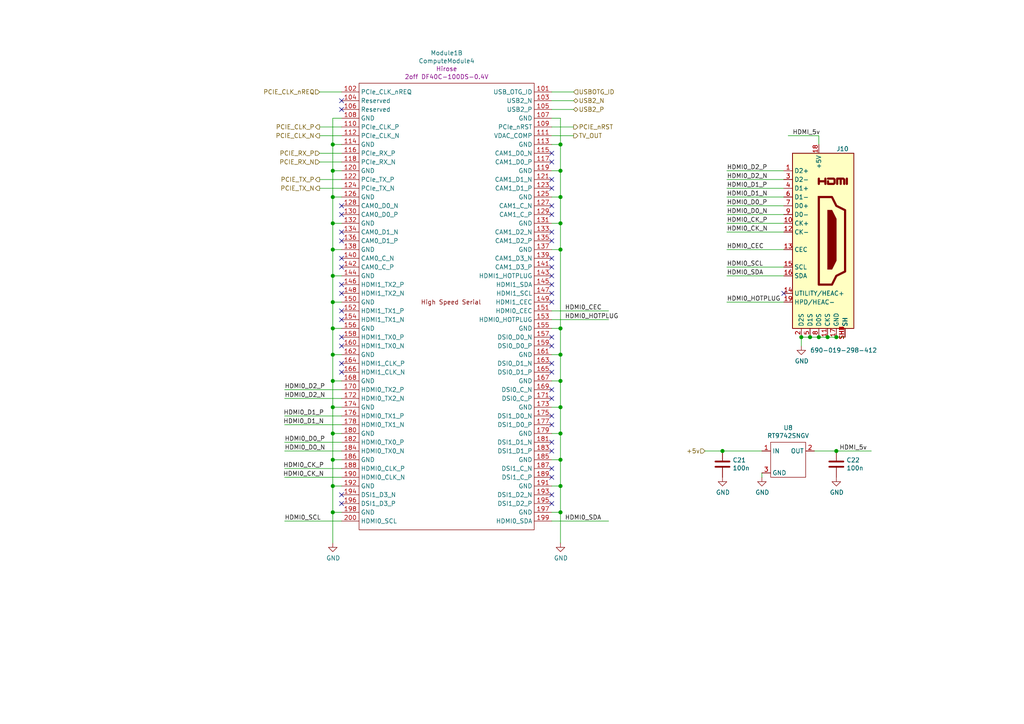
<source format=kicad_sch>
(kicad_sch
	(version 20231120)
	(generator "eeschema")
	(generator_version "8.0")
	(uuid "b58d2f05-2be4-4d2c-9090-646ce2b6ce97")
	(paper "A4")
	(title_block
		(title "CM4 Board Bare Minimum Requirements")
		(date "2024-10-25")
		(rev "0.1")
		(company "RapidAnalysis")
		(comment 1 "Author: Asad Imran")
	)
	(lib_symbols
		(symbol "CM4IO:ComputeModule4-CM4"
			(exclude_from_sim no)
			(in_bom yes)
			(on_board yes)
			(property "Reference" "Module"
				(at 113.03 -68.58 0)
				(effects
					(font
						(size 1.27 1.27)
					)
				)
			)
			(property "Value" "ComputeModule4-CM4"
				(at 140.97 2.54 0)
				(effects
					(font
						(size 1.27 1.27)
					)
				)
			)
			(property "Footprint" "CM4IO:Raspberry-Pi-4-Compute-Module"
				(at 142.24 -26.67 0)
				(effects
					(font
						(size 1.27 1.27)
					)
					(hide yes)
				)
			)
			(property "Datasheet" ""
				(at 142.24 -26.67 0)
				(effects
					(font
						(size 1.27 1.27)
					)
					(hide yes)
				)
			)
			(property "Description" ""
				(at 0 0 0)
				(effects
					(font
						(size 1.27 1.27)
					)
					(hide yes)
				)
			)
			(property "Field4" "Hirose"
				(at 0 0 0)
				(effects
					(font
						(size 1.27 1.27)
					)
				)
			)
			(property "Field5" "2x DF40C-100DS-0.4V"
				(at 0 -2.54 0)
				(effects
					(font
						(size 1.27 1.27)
					)
				)
			)
			(property "ki_locked" ""
				(at 0 0 0)
				(effects
					(font
						(size 1.27 1.27)
					)
				)
			)
			(symbol "ComputeModule4-CM4_1_0"
				(text "GPIO"
					(at 0 6.35 0)
					(effects
						(font
							(size 1.27 1.27)
						)
					)
				)
			)
			(symbol "ComputeModule4-CM4_1_1"
				(rectangle
					(start -30.48 -71.12)
					(end 25.4 58.42)
					(stroke
						(width 0)
						(type default)
					)
					(fill
						(type none)
					)
				)
				(text "600mA Max"
					(at -8.89 -53.34 0)
					(effects
						(font
							(size 1.27 1.27)
						)
					)
				)
				(text "600mA Max"
					(at -8.89 -48.26 0)
					(effects
						(font
							(size 1.27 1.27)
						)
					)
				)
				(text "NB SD signals are only available"
					(at -1.27 -27.94 0)
					(effects
						(font
							(size 1.27 1.27)
						)
					)
				)
				(text "on modules without eMMC"
					(at -1.27 -30.48 0)
					(effects
						(font
							(size 1.27 1.27)
						)
					)
				)
				(pin power_in line
					(at 27.94 55.88 180)
					(length 2.54)
					(name "GND"
						(effects
							(font
								(size 1.27 1.27)
							)
						)
					)
					(number "1"
						(effects
							(font
								(size 1.27 1.27)
							)
						)
					)
				)
				(pin passive line
					(at -33.02 45.72 0)
					(length 2.54)
					(name "Ethernet_Pair0_N"
						(effects
							(font
								(size 1.27 1.27)
							)
						)
					)
					(number "10"
						(effects
							(font
								(size 1.27 1.27)
							)
						)
					)
				)
				(pin output line
					(at -33.02 -68.58 0)
					(length 2.54)
					(name "nEXTRST"
						(effects
							(font
								(size 1.27 1.27)
							)
						)
					)
					(number "100"
						(effects
							(font
								(size 1.27 1.27)
							)
						)
					)
				)
				(pin passive line
					(at 27.94 43.18 180)
					(length 2.54)
					(name "Ethernet_Pair2_P"
						(effects
							(font
								(size 1.27 1.27)
							)
						)
					)
					(number "11"
						(effects
							(font
								(size 1.27 1.27)
							)
						)
					)
				)
				(pin passive line
					(at -33.02 43.18 0)
					(length 2.54)
					(name "Ethernet_Pair0_P"
						(effects
							(font
								(size 1.27 1.27)
							)
						)
					)
					(number "12"
						(effects
							(font
								(size 1.27 1.27)
							)
						)
					)
				)
				(pin power_in line
					(at 27.94 40.64 180)
					(length 2.54)
					(name "GND"
						(effects
							(font
								(size 1.27 1.27)
							)
						)
					)
					(number "13"
						(effects
							(font
								(size 1.27 1.27)
							)
						)
					)
				)
				(pin power_in line
					(at -33.02 40.64 0)
					(length 2.54)
					(name "GND"
						(effects
							(font
								(size 1.27 1.27)
							)
						)
					)
					(number "14"
						(effects
							(font
								(size 1.27 1.27)
							)
						)
					)
				)
				(pin output line
					(at 27.94 38.1 180)
					(length 2.54)
					(name "Ethernet_nLED3(3.3v)"
						(effects
							(font
								(size 1.27 1.27)
							)
						)
					)
					(number "15"
						(effects
							(font
								(size 1.27 1.27)
							)
						)
					)
				)
				(pin input line
					(at -33.02 38.1 0)
					(length 2.54)
					(name "Ethernet_SYNC_IN(1.8v)"
						(effects
							(font
								(size 1.27 1.27)
							)
						)
					)
					(number "16"
						(effects
							(font
								(size 1.27 1.27)
							)
						)
					)
				)
				(pin output line
					(at 27.94 35.56 180)
					(length 2.54)
					(name "Ethernet_nLED2(3.3v)"
						(effects
							(font
								(size 1.27 1.27)
							)
						)
					)
					(number "17"
						(effects
							(font
								(size 1.27 1.27)
							)
						)
					)
				)
				(pin input line
					(at -33.02 35.56 0)
					(length 2.54)
					(name "Ethernet_SYNC_OUT(1.8v)"
						(effects
							(font
								(size 1.27 1.27)
							)
						)
					)
					(number "18"
						(effects
							(font
								(size 1.27 1.27)
							)
						)
					)
				)
				(pin output line
					(at 27.94 33.02 180)
					(length 2.54)
					(name "Ethernet_nLED1(3.3v)"
						(effects
							(font
								(size 1.27 1.27)
							)
						)
					)
					(number "19"
						(effects
							(font
								(size 1.27 1.27)
							)
						)
					)
				)
				(pin power_in line
					(at -33.02 55.88 0)
					(length 2.54)
					(name "GND"
						(effects
							(font
								(size 1.27 1.27)
							)
						)
					)
					(number "2"
						(effects
							(font
								(size 1.27 1.27)
							)
						)
					)
				)
				(pin passive line
					(at -33.02 33.02 0)
					(length 2.54)
					(name "EEPROM_nWP"
						(effects
							(font
								(size 1.27 1.27)
							)
						)
					)
					(number "20"
						(effects
							(font
								(size 1.27 1.27)
							)
						)
					)
				)
				(pin open_collector line
					(at 27.94 30.48 180)
					(length 2.54)
					(name "PI_nLED_Activity"
						(effects
							(font
								(size 1.27 1.27)
							)
						)
					)
					(number "21"
						(effects
							(font
								(size 1.27 1.27)
							)
						)
					)
				)
				(pin power_in line
					(at -33.02 30.48 0)
					(length 2.54)
					(name "GND"
						(effects
							(font
								(size 1.27 1.27)
							)
						)
					)
					(number "22"
						(effects
							(font
								(size 1.27 1.27)
							)
						)
					)
				)
				(pin power_in line
					(at 27.94 27.94 180)
					(length 2.54)
					(name "GND"
						(effects
							(font
								(size 1.27 1.27)
							)
						)
					)
					(number "23"
						(effects
							(font
								(size 1.27 1.27)
							)
						)
					)
				)
				(pin passive line
					(at -33.02 27.94 0)
					(length 2.54)
					(name "GPIO26"
						(effects
							(font
								(size 1.27 1.27)
							)
						)
					)
					(number "24"
						(effects
							(font
								(size 1.27 1.27)
							)
						)
					)
				)
				(pin passive line
					(at 27.94 25.4 180)
					(length 2.54)
					(name "GPIO21"
						(effects
							(font
								(size 1.27 1.27)
							)
						)
					)
					(number "25"
						(effects
							(font
								(size 1.27 1.27)
							)
						)
					)
				)
				(pin passive line
					(at -33.02 25.4 0)
					(length 2.54)
					(name "GPIO19"
						(effects
							(font
								(size 1.27 1.27)
							)
						)
					)
					(number "26"
						(effects
							(font
								(size 1.27 1.27)
							)
						)
					)
				)
				(pin passive line
					(at 27.94 22.86 180)
					(length 2.54)
					(name "GPIO20"
						(effects
							(font
								(size 1.27 1.27)
							)
						)
					)
					(number "27"
						(effects
							(font
								(size 1.27 1.27)
							)
						)
					)
				)
				(pin passive line
					(at -33.02 22.86 0)
					(length 2.54)
					(name "GPIO13"
						(effects
							(font
								(size 1.27 1.27)
							)
						)
					)
					(number "28"
						(effects
							(font
								(size 1.27 1.27)
							)
						)
					)
				)
				(pin passive line
					(at 27.94 20.32 180)
					(length 2.54)
					(name "GPIO16"
						(effects
							(font
								(size 1.27 1.27)
							)
						)
					)
					(number "29"
						(effects
							(font
								(size 1.27 1.27)
							)
						)
					)
				)
				(pin passive line
					(at 27.94 53.34 180)
					(length 2.54)
					(name "Ethernet_Pair3_P"
						(effects
							(font
								(size 1.27 1.27)
							)
						)
					)
					(number "3"
						(effects
							(font
								(size 1.27 1.27)
							)
						)
					)
				)
				(pin passive line
					(at -33.02 20.32 0)
					(length 2.54)
					(name "GPIO6"
						(effects
							(font
								(size 1.27 1.27)
							)
						)
					)
					(number "30"
						(effects
							(font
								(size 1.27 1.27)
							)
						)
					)
				)
				(pin passive line
					(at 27.94 17.78 180)
					(length 2.54)
					(name "GPIO12"
						(effects
							(font
								(size 1.27 1.27)
							)
						)
					)
					(number "31"
						(effects
							(font
								(size 1.27 1.27)
							)
						)
					)
				)
				(pin power_in line
					(at -33.02 17.78 0)
					(length 2.54)
					(name "GND"
						(effects
							(font
								(size 1.27 1.27)
							)
						)
					)
					(number "32"
						(effects
							(font
								(size 1.27 1.27)
							)
						)
					)
				)
				(pin power_in line
					(at 27.94 15.24 180)
					(length 2.54)
					(name "GND"
						(effects
							(font
								(size 1.27 1.27)
							)
						)
					)
					(number "33"
						(effects
							(font
								(size 1.27 1.27)
							)
						)
					)
				)
				(pin passive line
					(at -33.02 15.24 0)
					(length 2.54)
					(name "GPIO5"
						(effects
							(font
								(size 1.27 1.27)
							)
						)
					)
					(number "34"
						(effects
							(font
								(size 1.27 1.27)
							)
						)
					)
				)
				(pin passive line
					(at 27.94 12.7 180)
					(length 2.54)
					(name "ID_SC"
						(effects
							(font
								(size 1.27 1.27)
							)
						)
					)
					(number "35"
						(effects
							(font
								(size 1.27 1.27)
							)
						)
					)
				)
				(pin passive line
					(at -33.02 12.7 0)
					(length 2.54)
					(name "ID_SD"
						(effects
							(font
								(size 1.27 1.27)
							)
						)
					)
					(number "36"
						(effects
							(font
								(size 1.27 1.27)
							)
						)
					)
				)
				(pin passive line
					(at 27.94 10.16 180)
					(length 2.54)
					(name "GPIO7"
						(effects
							(font
								(size 1.27 1.27)
							)
						)
					)
					(number "37"
						(effects
							(font
								(size 1.27 1.27)
							)
						)
					)
				)
				(pin passive line
					(at -33.02 10.16 0)
					(length 2.54)
					(name "GPIO11"
						(effects
							(font
								(size 1.27 1.27)
							)
						)
					)
					(number "38"
						(effects
							(font
								(size 1.27 1.27)
							)
						)
					)
				)
				(pin passive line
					(at 27.94 7.62 180)
					(length 2.54)
					(name "GPIO8"
						(effects
							(font
								(size 1.27 1.27)
							)
						)
					)
					(number "39"
						(effects
							(font
								(size 1.27 1.27)
							)
						)
					)
				)
				(pin passive line
					(at -33.02 53.34 0)
					(length 2.54)
					(name "Ethernet_Pair1_P"
						(effects
							(font
								(size 1.27 1.27)
							)
						)
					)
					(number "4"
						(effects
							(font
								(size 1.27 1.27)
							)
						)
					)
				)
				(pin passive line
					(at -33.02 7.62 0)
					(length 2.54)
					(name "GPIO9"
						(effects
							(font
								(size 1.27 1.27)
							)
						)
					)
					(number "40"
						(effects
							(font
								(size 1.27 1.27)
							)
						)
					)
				)
				(pin passive line
					(at 27.94 5.08 180)
					(length 2.54)
					(name "GPIO25"
						(effects
							(font
								(size 1.27 1.27)
							)
						)
					)
					(number "41"
						(effects
							(font
								(size 1.27 1.27)
							)
						)
					)
				)
				(pin power_in line
					(at -33.02 5.08 0)
					(length 2.54)
					(name "GND"
						(effects
							(font
								(size 1.27 1.27)
							)
						)
					)
					(number "42"
						(effects
							(font
								(size 1.27 1.27)
							)
						)
					)
				)
				(pin power_in line
					(at 27.94 2.54 180)
					(length 2.54)
					(name "GND"
						(effects
							(font
								(size 1.27 1.27)
							)
						)
					)
					(number "43"
						(effects
							(font
								(size 1.27 1.27)
							)
						)
					)
				)
				(pin passive line
					(at -33.02 2.54 0)
					(length 2.54)
					(name "GPIO10"
						(effects
							(font
								(size 1.27 1.27)
							)
						)
					)
					(number "44"
						(effects
							(font
								(size 1.27 1.27)
							)
						)
					)
				)
				(pin passive line
					(at 27.94 0 180)
					(length 2.54)
					(name "GPIO24"
						(effects
							(font
								(size 1.27 1.27)
							)
						)
					)
					(number "45"
						(effects
							(font
								(size 1.27 1.27)
							)
						)
					)
				)
				(pin passive line
					(at -33.02 0 0)
					(length 2.54)
					(name "GPIO22"
						(effects
							(font
								(size 1.27 1.27)
							)
						)
					)
					(number "46"
						(effects
							(font
								(size 1.27 1.27)
							)
						)
					)
				)
				(pin passive line
					(at 27.94 -2.54 180)
					(length 2.54)
					(name "GPIO23"
						(effects
							(font
								(size 1.27 1.27)
							)
						)
					)
					(number "47"
						(effects
							(font
								(size 1.27 1.27)
							)
						)
					)
				)
				(pin passive line
					(at -33.02 -2.54 0)
					(length 2.54)
					(name "GPIO27"
						(effects
							(font
								(size 1.27 1.27)
							)
						)
					)
					(number "48"
						(effects
							(font
								(size 1.27 1.27)
							)
						)
					)
				)
				(pin passive line
					(at 27.94 -5.08 180)
					(length 2.54)
					(name "GPIO18"
						(effects
							(font
								(size 1.27 1.27)
							)
						)
					)
					(number "49"
						(effects
							(font
								(size 1.27 1.27)
							)
						)
					)
				)
				(pin passive line
					(at 27.94 50.8 180)
					(length 2.54)
					(name "Ethernet_Pair3_N"
						(effects
							(font
								(size 1.27 1.27)
							)
						)
					)
					(number "5"
						(effects
							(font
								(size 1.27 1.27)
							)
						)
					)
				)
				(pin passive line
					(at -33.02 -5.08 0)
					(length 2.54)
					(name "GPIO17"
						(effects
							(font
								(size 1.27 1.27)
							)
						)
					)
					(number "50"
						(effects
							(font
								(size 1.27 1.27)
							)
						)
					)
				)
				(pin passive line
					(at 27.94 -7.62 180)
					(length 2.54)
					(name "GPIO15"
						(effects
							(font
								(size 1.27 1.27)
							)
						)
					)
					(number "51"
						(effects
							(font
								(size 1.27 1.27)
							)
						)
					)
				)
				(pin power_in line
					(at -33.02 -7.62 0)
					(length 2.54)
					(name "GND"
						(effects
							(font
								(size 1.27 1.27)
							)
						)
					)
					(number "52"
						(effects
							(font
								(size 1.27 1.27)
							)
						)
					)
				)
				(pin power_in line
					(at 27.94 -10.16 180)
					(length 2.54)
					(name "GND"
						(effects
							(font
								(size 1.27 1.27)
							)
						)
					)
					(number "53"
						(effects
							(font
								(size 1.27 1.27)
							)
						)
					)
				)
				(pin passive line
					(at -33.02 -10.16 0)
					(length 2.54)
					(name "GPIO4"
						(effects
							(font
								(size 1.27 1.27)
							)
						)
					)
					(number "54"
						(effects
							(font
								(size 1.27 1.27)
							)
						)
					)
				)
				(pin passive line
					(at 27.94 -12.7 180)
					(length 2.54)
					(name "GPIO14"
						(effects
							(font
								(size 1.27 1.27)
							)
						)
					)
					(number "55"
						(effects
							(font
								(size 1.27 1.27)
							)
						)
					)
				)
				(pin passive line
					(at -33.02 -12.7 0)
					(length 2.54)
					(name "GPIO3"
						(effects
							(font
								(size 1.27 1.27)
							)
						)
					)
					(number "56"
						(effects
							(font
								(size 1.27 1.27)
							)
						)
					)
				)
				(pin passive line
					(at 27.94 -15.24 180)
					(length 2.54)
					(name "SD_CLK"
						(effects
							(font
								(size 1.27 1.27)
							)
						)
					)
					(number "57"
						(effects
							(font
								(size 1.27 1.27)
							)
						)
					)
				)
				(pin passive line
					(at -33.02 -15.24 0)
					(length 2.54)
					(name "GPIO2"
						(effects
							(font
								(size 1.27 1.27)
							)
						)
					)
					(number "58"
						(effects
							(font
								(size 1.27 1.27)
							)
						)
					)
				)
				(pin power_in line
					(at 27.94 -17.78 180)
					(length 2.54)
					(name "GND"
						(effects
							(font
								(size 1.27 1.27)
							)
						)
					)
					(number "59"
						(effects
							(font
								(size 1.27 1.27)
							)
						)
					)
				)
				(pin passive line
					(at -33.02 50.8 0)
					(length 2.54)
					(name "Ethernet_Pair1_N"
						(effects
							(font
								(size 1.27 1.27)
							)
						)
					)
					(number "6"
						(effects
							(font
								(size 1.27 1.27)
							)
						)
					)
				)
				(pin power_in line
					(at -33.02 -17.78 0)
					(length 2.54)
					(name "GND"
						(effects
							(font
								(size 1.27 1.27)
							)
						)
					)
					(number "60"
						(effects
							(font
								(size 1.27 1.27)
							)
						)
					)
				)
				(pin passive line
					(at 27.94 -20.32 180)
					(length 2.54)
					(name "SD_DAT3"
						(effects
							(font
								(size 1.27 1.27)
							)
						)
					)
					(number "61"
						(effects
							(font
								(size 1.27 1.27)
							)
						)
					)
				)
				(pin passive line
					(at -33.02 -20.32 0)
					(length 2.54)
					(name "SD_CMD"
						(effects
							(font
								(size 1.27 1.27)
							)
						)
					)
					(number "62"
						(effects
							(font
								(size 1.27 1.27)
							)
						)
					)
				)
				(pin passive line
					(at 27.94 -22.86 180)
					(length 2.54)
					(name "SD_DAT0"
						(effects
							(font
								(size 1.27 1.27)
							)
						)
					)
					(number "63"
						(effects
							(font
								(size 1.27 1.27)
							)
						)
					)
				)
				(pin passive line
					(at -33.02 -22.86 0)
					(length 2.54)
					(name "SD_DAT5"
						(effects
							(font
								(size 1.27 1.27)
							)
						)
					)
					(number "64"
						(effects
							(font
								(size 1.27 1.27)
							)
						)
					)
				)
				(pin power_in line
					(at 27.94 -25.4 180)
					(length 2.54)
					(name "GND"
						(effects
							(font
								(size 1.27 1.27)
							)
						)
					)
					(number "65"
						(effects
							(font
								(size 1.27 1.27)
							)
						)
					)
				)
				(pin power_in line
					(at -33.02 -25.4 0)
					(length 2.54)
					(name "GND"
						(effects
							(font
								(size 1.27 1.27)
							)
						)
					)
					(number "66"
						(effects
							(font
								(size 1.27 1.27)
							)
						)
					)
				)
				(pin passive line
					(at 27.94 -27.94 180)
					(length 2.54)
					(name "SD_DAT1"
						(effects
							(font
								(size 1.27 1.27)
							)
						)
					)
					(number "67"
						(effects
							(font
								(size 1.27 1.27)
							)
						)
					)
				)
				(pin passive line
					(at -33.02 -27.94 0)
					(length 2.54)
					(name "SD_DAT4"
						(effects
							(font
								(size 1.27 1.27)
							)
						)
					)
					(number "68"
						(effects
							(font
								(size 1.27 1.27)
							)
						)
					)
				)
				(pin passive line
					(at 27.94 -30.48 180)
					(length 2.54)
					(name "SD_DAT2"
						(effects
							(font
								(size 1.27 1.27)
							)
						)
					)
					(number "69"
						(effects
							(font
								(size 1.27 1.27)
							)
						)
					)
				)
				(pin power_in line
					(at 27.94 48.26 180)
					(length 2.54)
					(name "GND"
						(effects
							(font
								(size 1.27 1.27)
							)
						)
					)
					(number "7"
						(effects
							(font
								(size 1.27 1.27)
							)
						)
					)
				)
				(pin passive line
					(at -33.02 -30.48 0)
					(length 2.54)
					(name "SD_DAT7"
						(effects
							(font
								(size 1.27 1.27)
							)
						)
					)
					(number "70"
						(effects
							(font
								(size 1.27 1.27)
							)
						)
					)
				)
				(pin power_in line
					(at 27.94 -33.02 180)
					(length 2.54)
					(name "GND"
						(effects
							(font
								(size 1.27 1.27)
							)
						)
					)
					(number "71"
						(effects
							(font
								(size 1.27 1.27)
							)
						)
					)
				)
				(pin passive line
					(at -33.02 -33.02 0)
					(length 2.54)
					(name "SD_DAT6"
						(effects
							(font
								(size 1.27 1.27)
							)
						)
					)
					(number "72"
						(effects
							(font
								(size 1.27 1.27)
							)
						)
					)
				)
				(pin input line
					(at 27.94 -35.56 180)
					(length 2.54)
					(name "SD_VDD_Override"
						(effects
							(font
								(size 1.27 1.27)
							)
						)
					)
					(number "73"
						(effects
							(font
								(size 1.27 1.27)
							)
						)
					)
				)
				(pin power_in line
					(at -33.02 -35.56 0)
					(length 2.54)
					(name "GND"
						(effects
							(font
								(size 1.27 1.27)
							)
						)
					)
					(number "74"
						(effects
							(font
								(size 1.27 1.27)
							)
						)
					)
				)
				(pin output line
					(at 27.94 -38.1 180)
					(length 2.54)
					(name "SD_PWR_ON"
						(effects
							(font
								(size 1.27 1.27)
							)
						)
					)
					(number "75"
						(effects
							(font
								(size 1.27 1.27)
							)
						)
					)
				)
				(pin passive line
					(at -33.02 -38.1 0)
					(length 2.54)
					(name "Reserved"
						(effects
							(font
								(size 1.27 1.27)
							)
						)
					)
					(number "76"
						(effects
							(font
								(size 1.27 1.27)
							)
						)
					)
				)
				(pin power_in line
					(at 27.94 -40.64 180)
					(length 2.54)
					(name "+5v_(Input)"
						(effects
							(font
								(size 1.27 1.27)
							)
						)
					)
					(number "77"
						(effects
							(font
								(size 1.27 1.27)
							)
						)
					)
				)
				(pin power_in line
					(at -33.02 -40.64 0)
					(length 2.54)
					(name "GPIO_VREF(1.8v/3.3v_Input)"
						(effects
							(font
								(size 1.27 1.27)
							)
						)
					)
					(number "78"
						(effects
							(font
								(size 1.27 1.27)
							)
						)
					)
				)
				(pin power_in line
					(at 27.94 -43.18 180)
					(length 2.54)
					(name "+5v_(Input)"
						(effects
							(font
								(size 1.27 1.27)
							)
						)
					)
					(number "79"
						(effects
							(font
								(size 1.27 1.27)
							)
						)
					)
				)
				(pin power_in line
					(at -33.02 48.26 0)
					(length 2.54)
					(name "GND"
						(effects
							(font
								(size 1.27 1.27)
							)
						)
					)
					(number "8"
						(effects
							(font
								(size 1.27 1.27)
							)
						)
					)
				)
				(pin passive line
					(at -33.02 -43.18 0)
					(length 2.54)
					(name "SCL0"
						(effects
							(font
								(size 1.27 1.27)
							)
						)
					)
					(number "80"
						(effects
							(font
								(size 1.27 1.27)
							)
						)
					)
				)
				(pin power_in line
					(at 27.94 -45.72 180)
					(length 2.54)
					(name "+5v_(Input)"
						(effects
							(font
								(size 1.27 1.27)
							)
						)
					)
					(number "81"
						(effects
							(font
								(size 1.27 1.27)
							)
						)
					)
				)
				(pin passive line
					(at -33.02 -45.72 0)
					(length 2.54)
					(name "SDA0"
						(effects
							(font
								(size 1.27 1.27)
							)
						)
					)
					(number "82"
						(effects
							(font
								(size 1.27 1.27)
							)
						)
					)
				)
				(pin power_in line
					(at 27.94 -48.26 180)
					(length 2.54)
					(name "+5v_(Input)"
						(effects
							(font
								(size 1.27 1.27)
							)
						)
					)
					(number "83"
						(effects
							(font
								(size 1.27 1.27)
							)
						)
					)
				)
				(pin power_out line
					(at -33.02 -48.26 0)
					(length 2.54)
					(name "+3.3v_(Output)"
						(effects
							(font
								(size 1.27 1.27)
							)
						)
					)
					(number "84"
						(effects
							(font
								(size 1.27 1.27)
							)
						)
					)
				)
				(pin power_in line
					(at 27.94 -50.8 180)
					(length 2.54)
					(name "+5v_(Input)"
						(effects
							(font
								(size 1.27 1.27)
							)
						)
					)
					(number "85"
						(effects
							(font
								(size 1.27 1.27)
							)
						)
					)
				)
				(pin power_out line
					(at -33.02 -50.8 0)
					(length 2.54)
					(name "+3.3v_(Output)"
						(effects
							(font
								(size 1.27 1.27)
							)
						)
					)
					(number "86"
						(effects
							(font
								(size 1.27 1.27)
							)
						)
					)
				)
				(pin power_in line
					(at 27.94 -53.34 180)
					(length 2.54)
					(name "+5v_(Input)"
						(effects
							(font
								(size 1.27 1.27)
							)
						)
					)
					(number "87"
						(effects
							(font
								(size 1.27 1.27)
							)
						)
					)
				)
				(pin power_out line
					(at -33.02 -53.34 0)
					(length 2.54)
					(name "+1.8v_(Output)"
						(effects
							(font
								(size 1.27 1.27)
							)
						)
					)
					(number "88"
						(effects
							(font
								(size 1.27 1.27)
							)
						)
					)
				)
				(pin power_in line
					(at 27.94 -55.88 180)
					(length 2.54)
					(name "WiFi_nDisable"
						(effects
							(font
								(size 1.27 1.27)
							)
						)
					)
					(number "89"
						(effects
							(font
								(size 1.27 1.27)
							)
						)
					)
				)
				(pin passive line
					(at 27.94 45.72 180)
					(length 2.54)
					(name "Ethernet_Pair2_N"
						(effects
							(font
								(size 1.27 1.27)
							)
						)
					)
					(number "9"
						(effects
							(font
								(size 1.27 1.27)
							)
						)
					)
				)
				(pin power_out line
					(at -33.02 -55.88 0)
					(length 2.54)
					(name "+1.8v_(Output)"
						(effects
							(font
								(size 1.27 1.27)
							)
						)
					)
					(number "90"
						(effects
							(font
								(size 1.27 1.27)
							)
						)
					)
				)
				(pin power_in line
					(at 27.94 -58.42 180)
					(length 2.54)
					(name "BT_nDisable"
						(effects
							(font
								(size 1.27 1.27)
							)
						)
					)
					(number "91"
						(effects
							(font
								(size 1.27 1.27)
							)
						)
					)
				)
				(pin passive line
					(at -33.02 -58.42 0)
					(length 2.54)
					(name "RUN_PG"
						(effects
							(font
								(size 1.27 1.27)
							)
						)
					)
					(number "92"
						(effects
							(font
								(size 1.27 1.27)
							)
						)
					)
				)
				(pin input line
					(at 27.94 -60.96 180)
					(length 2.54)
					(name "nRPIBOOT"
						(effects
							(font
								(size 1.27 1.27)
							)
						)
					)
					(number "93"
						(effects
							(font
								(size 1.27 1.27)
							)
						)
					)
				)
				(pin passive line
					(at -33.02 -60.96 0)
					(length 2.54)
					(name "AnalogIP0"
						(effects
							(font
								(size 1.27 1.27)
							)
						)
					)
					(number "94"
						(effects
							(font
								(size 1.27 1.27)
							)
						)
					)
				)
				(pin output line
					(at 27.94 -63.5 180)
					(length 2.54)
					(name "nPI_LED_PWR"
						(effects
							(font
								(size 1.27 1.27)
							)
						)
					)
					(number "95"
						(effects
							(font
								(size 1.27 1.27)
							)
						)
					)
				)
				(pin passive line
					(at -33.02 -63.5 0)
					(length 2.54)
					(name "AnalogIP1"
						(effects
							(font
								(size 1.27 1.27)
							)
						)
					)
					(number "96"
						(effects
							(font
								(size 1.27 1.27)
							)
						)
					)
				)
				(pin passive line
					(at 27.94 -66.04 180)
					(length 2.54)
					(name "Camera_GPIO"
						(effects
							(font
								(size 1.27 1.27)
							)
						)
					)
					(number "97"
						(effects
							(font
								(size 1.27 1.27)
							)
						)
					)
				)
				(pin power_in line
					(at -33.02 -66.04 0)
					(length 2.54)
					(name "GND"
						(effects
							(font
								(size 1.27 1.27)
							)
						)
					)
					(number "98"
						(effects
							(font
								(size 1.27 1.27)
							)
						)
					)
				)
				(pin input line
					(at 27.94 -68.58 180)
					(length 2.54)
					(name "Global_EN"
						(effects
							(font
								(size 1.27 1.27)
							)
						)
					)
					(number "99"
						(effects
							(font
								(size 1.27 1.27)
							)
						)
					)
				)
			)
			(symbol "ComputeModule4-CM4_2_1"
				(rectangle
					(start 114.3 -66.04)
					(end 165.1 63.5)
					(stroke
						(width 0)
						(type default)
					)
					(fill
						(type none)
					)
				)
				(text "High Speed Serial"
					(at 140.97 0 0)
					(effects
						(font
							(size 1.27 1.27)
						)
					)
				)
				(pin input line
					(at 170.18 60.96 180)
					(length 5.08)
					(name "USB_OTG_ID"
						(effects
							(font
								(size 1.27 1.27)
							)
						)
					)
					(number "101"
						(effects
							(font
								(size 1.27 1.27)
							)
						)
					)
				)
				(pin input line
					(at 109.22 60.96 0)
					(length 5.08)
					(name "PCIe_CLK_nREQ"
						(effects
							(font
								(size 1.27 1.27)
							)
						)
					)
					(number "102"
						(effects
							(font
								(size 1.27 1.27)
							)
						)
					)
				)
				(pin passive line
					(at 170.18 58.42 180)
					(length 5.08)
					(name "USB2_N"
						(effects
							(font
								(size 1.27 1.27)
							)
						)
					)
					(number "103"
						(effects
							(font
								(size 1.27 1.27)
							)
						)
					)
				)
				(pin passive line
					(at 109.22 58.42 0)
					(length 5.08)
					(name "Reserved"
						(effects
							(font
								(size 1.27 1.27)
							)
						)
					)
					(number "104"
						(effects
							(font
								(size 1.27 1.27)
							)
						)
					)
				)
				(pin passive line
					(at 170.18 55.88 180)
					(length 5.08)
					(name "USB2_P"
						(effects
							(font
								(size 1.27 1.27)
							)
						)
					)
					(number "105"
						(effects
							(font
								(size 1.27 1.27)
							)
						)
					)
				)
				(pin passive line
					(at 109.22 55.88 0)
					(length 5.08)
					(name "Reserved"
						(effects
							(font
								(size 1.27 1.27)
							)
						)
					)
					(number "106"
						(effects
							(font
								(size 1.27 1.27)
							)
						)
					)
				)
				(pin power_in line
					(at 170.18 53.34 180)
					(length 5.08)
					(name "GND"
						(effects
							(font
								(size 1.27 1.27)
							)
						)
					)
					(number "107"
						(effects
							(font
								(size 1.27 1.27)
							)
						)
					)
				)
				(pin power_in line
					(at 109.22 53.34 0)
					(length 5.08)
					(name "GND"
						(effects
							(font
								(size 1.27 1.27)
							)
						)
					)
					(number "108"
						(effects
							(font
								(size 1.27 1.27)
							)
						)
					)
				)
				(pin bidirectional line
					(at 170.18 50.8 180)
					(length 5.08)
					(name "PCIe_nRST"
						(effects
							(font
								(size 1.27 1.27)
							)
						)
					)
					(number "109"
						(effects
							(font
								(size 1.27 1.27)
							)
						)
					)
				)
				(pin output line
					(at 109.22 50.8 0)
					(length 5.08)
					(name "PCIe_CLK_P"
						(effects
							(font
								(size 1.27 1.27)
							)
						)
					)
					(number "110"
						(effects
							(font
								(size 1.27 1.27)
							)
						)
					)
				)
				(pin passive line
					(at 170.18 48.26 180)
					(length 5.08)
					(name "VDAC_COMP"
						(effects
							(font
								(size 1.27 1.27)
							)
						)
					)
					(number "111"
						(effects
							(font
								(size 1.27 1.27)
							)
						)
					)
				)
				(pin output line
					(at 109.22 48.26 0)
					(length 5.08)
					(name "PCIe_CLK_N"
						(effects
							(font
								(size 1.27 1.27)
							)
						)
					)
					(number "112"
						(effects
							(font
								(size 1.27 1.27)
							)
						)
					)
				)
				(pin power_in line
					(at 170.18 45.72 180)
					(length 5.08)
					(name "GND"
						(effects
							(font
								(size 1.27 1.27)
							)
						)
					)
					(number "113"
						(effects
							(font
								(size 1.27 1.27)
							)
						)
					)
				)
				(pin power_in line
					(at 109.22 45.72 0)
					(length 5.08)
					(name "GND"
						(effects
							(font
								(size 1.27 1.27)
							)
						)
					)
					(number "114"
						(effects
							(font
								(size 1.27 1.27)
							)
						)
					)
				)
				(pin input line
					(at 170.18 43.18 180)
					(length 5.08)
					(name "CAM1_D0_N"
						(effects
							(font
								(size 1.27 1.27)
							)
						)
					)
					(number "115"
						(effects
							(font
								(size 1.27 1.27)
							)
						)
					)
				)
				(pin input line
					(at 109.22 43.18 0)
					(length 5.08)
					(name "PCIe_RX_P"
						(effects
							(font
								(size 1.27 1.27)
							)
						)
					)
					(number "116"
						(effects
							(font
								(size 1.27 1.27)
							)
						)
					)
				)
				(pin input line
					(at 170.18 40.64 180)
					(length 5.08)
					(name "CAM1_D0_P"
						(effects
							(font
								(size 1.27 1.27)
							)
						)
					)
					(number "117"
						(effects
							(font
								(size 1.27 1.27)
							)
						)
					)
				)
				(pin input line
					(at 109.22 40.64 0)
					(length 5.08)
					(name "PCIe_RX_N"
						(effects
							(font
								(size 1.27 1.27)
							)
						)
					)
					(number "118"
						(effects
							(font
								(size 1.27 1.27)
							)
						)
					)
				)
				(pin power_in line
					(at 170.18 38.1 180)
					(length 5.08)
					(name "GND"
						(effects
							(font
								(size 1.27 1.27)
							)
						)
					)
					(number "119"
						(effects
							(font
								(size 1.27 1.27)
							)
						)
					)
				)
				(pin power_in line
					(at 109.22 38.1 0)
					(length 5.08)
					(name "GND"
						(effects
							(font
								(size 1.27 1.27)
							)
						)
					)
					(number "120"
						(effects
							(font
								(size 1.27 1.27)
							)
						)
					)
				)
				(pin input line
					(at 170.18 35.56 180)
					(length 5.08)
					(name "CAM1_D1_N"
						(effects
							(font
								(size 1.27 1.27)
							)
						)
					)
					(number "121"
						(effects
							(font
								(size 1.27 1.27)
							)
						)
					)
				)
				(pin output line
					(at 109.22 35.56 0)
					(length 5.08)
					(name "PCIe_TX_P"
						(effects
							(font
								(size 1.27 1.27)
							)
						)
					)
					(number "122"
						(effects
							(font
								(size 1.27 1.27)
							)
						)
					)
				)
				(pin input line
					(at 170.18 33.02 180)
					(length 5.08)
					(name "CAM1_D1_P"
						(effects
							(font
								(size 1.27 1.27)
							)
						)
					)
					(number "123"
						(effects
							(font
								(size 1.27 1.27)
							)
						)
					)
				)
				(pin output line
					(at 109.22 33.02 0)
					(length 5.08)
					(name "PCIe_TX_N"
						(effects
							(font
								(size 1.27 1.27)
							)
						)
					)
					(number "124"
						(effects
							(font
								(size 1.27 1.27)
							)
						)
					)
				)
				(pin power_in line
					(at 170.18 30.48 180)
					(length 5.08)
					(name "GND"
						(effects
							(font
								(size 1.27 1.27)
							)
						)
					)
					(number "125"
						(effects
							(font
								(size 1.27 1.27)
							)
						)
					)
				)
				(pin power_in line
					(at 109.22 30.48 0)
					(length 5.08)
					(name "GND"
						(effects
							(font
								(size 1.27 1.27)
							)
						)
					)
					(number "126"
						(effects
							(font
								(size 1.27 1.27)
							)
						)
					)
				)
				(pin input line
					(at 170.18 27.94 180)
					(length 5.08)
					(name "CAM1_C_N"
						(effects
							(font
								(size 1.27 1.27)
							)
						)
					)
					(number "127"
						(effects
							(font
								(size 1.27 1.27)
							)
						)
					)
				)
				(pin input line
					(at 109.22 27.94 0)
					(length 5.08)
					(name "CAM0_D0_N"
						(effects
							(font
								(size 1.27 1.27)
							)
						)
					)
					(number "128"
						(effects
							(font
								(size 1.27 1.27)
							)
						)
					)
				)
				(pin input line
					(at 170.18 25.4 180)
					(length 5.08)
					(name "CAM1_C_P"
						(effects
							(font
								(size 1.27 1.27)
							)
						)
					)
					(number "129"
						(effects
							(font
								(size 1.27 1.27)
							)
						)
					)
				)
				(pin input line
					(at 109.22 25.4 0)
					(length 5.08)
					(name "CAM0_D0_P"
						(effects
							(font
								(size 1.27 1.27)
							)
						)
					)
					(number "130"
						(effects
							(font
								(size 1.27 1.27)
							)
						)
					)
				)
				(pin power_in line
					(at 170.18 22.86 180)
					(length 5.08)
					(name "GND"
						(effects
							(font
								(size 1.27 1.27)
							)
						)
					)
					(number "131"
						(effects
							(font
								(size 1.27 1.27)
							)
						)
					)
				)
				(pin power_in line
					(at 109.22 22.86 0)
					(length 5.08)
					(name "GND"
						(effects
							(font
								(size 1.27 1.27)
							)
						)
					)
					(number "132"
						(effects
							(font
								(size 1.27 1.27)
							)
						)
					)
				)
				(pin input line
					(at 170.18 20.32 180)
					(length 5.08)
					(name "CAM1_D2_N"
						(effects
							(font
								(size 1.27 1.27)
							)
						)
					)
					(number "133"
						(effects
							(font
								(size 1.27 1.27)
							)
						)
					)
				)
				(pin input line
					(at 109.22 20.32 0)
					(length 5.08)
					(name "CAM0_D1_N"
						(effects
							(font
								(size 1.27 1.27)
							)
						)
					)
					(number "134"
						(effects
							(font
								(size 1.27 1.27)
							)
						)
					)
				)
				(pin input line
					(at 170.18 17.78 180)
					(length 5.08)
					(name "CAM1_D2_P"
						(effects
							(font
								(size 1.27 1.27)
							)
						)
					)
					(number "135"
						(effects
							(font
								(size 1.27 1.27)
							)
						)
					)
				)
				(pin input line
					(at 109.22 17.78 0)
					(length 5.08)
					(name "CAM0_D1_P"
						(effects
							(font
								(size 1.27 1.27)
							)
						)
					)
					(number "136"
						(effects
							(font
								(size 1.27 1.27)
							)
						)
					)
				)
				(pin power_in line
					(at 170.18 15.24 180)
					(length 5.08)
					(name "GND"
						(effects
							(font
								(size 1.27 1.27)
							)
						)
					)
					(number "137"
						(effects
							(font
								(size 1.27 1.27)
							)
						)
					)
				)
				(pin power_in line
					(at 109.22 15.24 0)
					(length 5.08)
					(name "GND"
						(effects
							(font
								(size 1.27 1.27)
							)
						)
					)
					(number "138"
						(effects
							(font
								(size 1.27 1.27)
							)
						)
					)
				)
				(pin input line
					(at 170.18 12.7 180)
					(length 5.08)
					(name "CAM1_D3_N"
						(effects
							(font
								(size 1.27 1.27)
							)
						)
					)
					(number "139"
						(effects
							(font
								(size 1.27 1.27)
							)
						)
					)
				)
				(pin input line
					(at 109.22 12.7 0)
					(length 5.08)
					(name "CAM0_C_N"
						(effects
							(font
								(size 1.27 1.27)
							)
						)
					)
					(number "140"
						(effects
							(font
								(size 1.27 1.27)
							)
						)
					)
				)
				(pin input line
					(at 170.18 10.16 180)
					(length 5.08)
					(name "CAM1_D3_P"
						(effects
							(font
								(size 1.27 1.27)
							)
						)
					)
					(number "141"
						(effects
							(font
								(size 1.27 1.27)
							)
						)
					)
				)
				(pin input line
					(at 109.22 10.16 0)
					(length 5.08)
					(name "CAM0_C_P"
						(effects
							(font
								(size 1.27 1.27)
							)
						)
					)
					(number "142"
						(effects
							(font
								(size 1.27 1.27)
							)
						)
					)
				)
				(pin input line
					(at 170.18 7.62 180)
					(length 5.08)
					(name "HDMI1_HOTPLUG"
						(effects
							(font
								(size 1.27 1.27)
							)
						)
					)
					(number "143"
						(effects
							(font
								(size 1.27 1.27)
							)
						)
					)
				)
				(pin power_in line
					(at 109.22 7.62 0)
					(length 5.08)
					(name "GND"
						(effects
							(font
								(size 1.27 1.27)
							)
						)
					)
					(number "144"
						(effects
							(font
								(size 1.27 1.27)
							)
						)
					)
				)
				(pin bidirectional line
					(at 170.18 5.08 180)
					(length 5.08)
					(name "HDMI1_SDA"
						(effects
							(font
								(size 1.27 1.27)
							)
						)
					)
					(number "145"
						(effects
							(font
								(size 1.27 1.27)
							)
						)
					)
				)
				(pin output line
					(at 109.22 5.08 0)
					(length 5.08)
					(name "HDMI1_TX2_P"
						(effects
							(font
								(size 1.27 1.27)
							)
						)
					)
					(number "146"
						(effects
							(font
								(size 1.27 1.27)
							)
						)
					)
				)
				(pin open_collector line
					(at 170.18 2.54 180)
					(length 5.08)
					(name "HDMI1_SCL"
						(effects
							(font
								(size 1.27 1.27)
							)
						)
					)
					(number "147"
						(effects
							(font
								(size 1.27 1.27)
							)
						)
					)
				)
				(pin output line
					(at 109.22 2.54 0)
					(length 5.08)
					(name "HDMI1_TX2_N"
						(effects
							(font
								(size 1.27 1.27)
							)
						)
					)
					(number "148"
						(effects
							(font
								(size 1.27 1.27)
							)
						)
					)
				)
				(pin open_collector line
					(at 170.18 0 180)
					(length 5.08)
					(name "HDMI1_CEC"
						(effects
							(font
								(size 1.27 1.27)
							)
						)
					)
					(number "149"
						(effects
							(font
								(size 1.27 1.27)
							)
						)
					)
				)
				(pin power_in line
					(at 109.22 0 0)
					(length 5.08)
					(name "GND"
						(effects
							(font
								(size 1.27 1.27)
							)
						)
					)
					(number "150"
						(effects
							(font
								(size 1.27 1.27)
							)
						)
					)
				)
				(pin open_collector line
					(at 170.18 -2.54 180)
					(length 5.08)
					(name "HDMI0_CEC"
						(effects
							(font
								(size 1.27 1.27)
							)
						)
					)
					(number "151"
						(effects
							(font
								(size 1.27 1.27)
							)
						)
					)
				)
				(pin output line
					(at 109.22 -2.54 0)
					(length 5.08)
					(name "HDMI1_TX1_P"
						(effects
							(font
								(size 1.27 1.27)
							)
						)
					)
					(number "152"
						(effects
							(font
								(size 1.27 1.27)
							)
						)
					)
				)
				(pin input line
					(at 170.18 -5.08 180)
					(length 5.08)
					(name "HDMI0_HOTPLUG"
						(effects
							(font
								(size 1.27 1.27)
							)
						)
					)
					(number "153"
						(effects
							(font
								(size 1.27 1.27)
							)
						)
					)
				)
				(pin output line
					(at 109.22 -5.08 0)
					(length 5.08)
					(name "HDMI1_TX1_N"
						(effects
							(font
								(size 1.27 1.27)
							)
						)
					)
					(number "154"
						(effects
							(font
								(size 1.27 1.27)
							)
						)
					)
				)
				(pin power_in line
					(at 170.18 -7.62 180)
					(length 5.08)
					(name "GND"
						(effects
							(font
								(size 1.27 1.27)
							)
						)
					)
					(number "155"
						(effects
							(font
								(size 1.27 1.27)
							)
						)
					)
				)
				(pin power_in line
					(at 109.22 -7.62 0)
					(length 5.08)
					(name "GND"
						(effects
							(font
								(size 1.27 1.27)
							)
						)
					)
					(number "156"
						(effects
							(font
								(size 1.27 1.27)
							)
						)
					)
				)
				(pin output line
					(at 170.18 -10.16 180)
					(length 5.08)
					(name "DSI0_D0_N"
						(effects
							(font
								(size 1.27 1.27)
							)
						)
					)
					(number "157"
						(effects
							(font
								(size 1.27 1.27)
							)
						)
					)
				)
				(pin output line
					(at 109.22 -10.16 0)
					(length 5.08)
					(name "HDMI1_TX0_P"
						(effects
							(font
								(size 1.27 1.27)
							)
						)
					)
					(number "158"
						(effects
							(font
								(size 1.27 1.27)
							)
						)
					)
				)
				(pin output line
					(at 170.18 -12.7 180)
					(length 5.08)
					(name "DSI0_D0_P"
						(effects
							(font
								(size 1.27 1.27)
							)
						)
					)
					(number "159"
						(effects
							(font
								(size 1.27 1.27)
							)
						)
					)
				)
				(pin output line
					(at 109.22 -12.7 0)
					(length 5.08)
					(name "HDMI1_TX0_N"
						(effects
							(font
								(size 1.27 1.27)
							)
						)
					)
					(number "160"
						(effects
							(font
								(size 1.27 1.27)
							)
						)
					)
				)
				(pin power_in line
					(at 170.18 -15.24 180)
					(length 5.08)
					(name "GND"
						(effects
							(font
								(size 1.27 1.27)
							)
						)
					)
					(number "161"
						(effects
							(font
								(size 1.27 1.27)
							)
						)
					)
				)
				(pin power_in line
					(at 109.22 -15.24 0)
					(length 5.08)
					(name "GND"
						(effects
							(font
								(size 1.27 1.27)
							)
						)
					)
					(number "162"
						(effects
							(font
								(size 1.27 1.27)
							)
						)
					)
				)
				(pin output line
					(at 170.18 -17.78 180)
					(length 5.08)
					(name "DSI0_D1_N"
						(effects
							(font
								(size 1.27 1.27)
							)
						)
					)
					(number "163"
						(effects
							(font
								(size 1.27 1.27)
							)
						)
					)
				)
				(pin output line
					(at 109.22 -17.78 0)
					(length 5.08)
					(name "HDMI1_CLK_P"
						(effects
							(font
								(size 1.27 1.27)
							)
						)
					)
					(number "164"
						(effects
							(font
								(size 1.27 1.27)
							)
						)
					)
				)
				(pin output line
					(at 170.18 -20.32 180)
					(length 5.08)
					(name "DSI0_D1_P"
						(effects
							(font
								(size 1.27 1.27)
							)
						)
					)
					(number "165"
						(effects
							(font
								(size 1.27 1.27)
							)
						)
					)
				)
				(pin output line
					(at 109.22 -20.32 0)
					(length 5.08)
					(name "HDMI1_CLK_N"
						(effects
							(font
								(size 1.27 1.27)
							)
						)
					)
					(number "166"
						(effects
							(font
								(size 1.27 1.27)
							)
						)
					)
				)
				(pin power_in line
					(at 170.18 -22.86 180)
					(length 5.08)
					(name "GND"
						(effects
							(font
								(size 1.27 1.27)
							)
						)
					)
					(number "167"
						(effects
							(font
								(size 1.27 1.27)
							)
						)
					)
				)
				(pin power_in line
					(at 109.22 -22.86 0)
					(length 5.08)
					(name "GND"
						(effects
							(font
								(size 1.27 1.27)
							)
						)
					)
					(number "168"
						(effects
							(font
								(size 1.27 1.27)
							)
						)
					)
				)
				(pin output line
					(at 170.18 -25.4 180)
					(length 5.08)
					(name "DSI0_C_N"
						(effects
							(font
								(size 1.27 1.27)
							)
						)
					)
					(number "169"
						(effects
							(font
								(size 1.27 1.27)
							)
						)
					)
				)
				(pin output line
					(at 109.22 -25.4 0)
					(length 5.08)
					(name "HDMI0_TX2_P"
						(effects
							(font
								(size 1.27 1.27)
							)
						)
					)
					(number "170"
						(effects
							(font
								(size 1.27 1.27)
							)
						)
					)
				)
				(pin output line
					(at 170.18 -27.94 180)
					(length 5.08)
					(name "DSI0_C_P"
						(effects
							(font
								(size 1.27 1.27)
							)
						)
					)
					(number "171"
						(effects
							(font
								(size 1.27 1.27)
							)
						)
					)
				)
				(pin output line
					(at 109.22 -27.94 0)
					(length 5.08)
					(name "HDMI0_TX2_N"
						(effects
							(font
								(size 1.27 1.27)
							)
						)
					)
					(number "172"
						(effects
							(font
								(size 1.27 1.27)
							)
						)
					)
				)
				(pin power_in line
					(at 170.18 -30.48 180)
					(length 5.08)
					(name "GND"
						(effects
							(font
								(size 1.27 1.27)
							)
						)
					)
					(number "173"
						(effects
							(font
								(size 1.27 1.27)
							)
						)
					)
				)
				(pin power_in line
					(at 109.22 -30.48 0)
					(length 5.08)
					(name "GND"
						(effects
							(font
								(size 1.27 1.27)
							)
						)
					)
					(number "174"
						(effects
							(font
								(size 1.27 1.27)
							)
						)
					)
				)
				(pin output line
					(at 170.18 -33.02 180)
					(length 5.08)
					(name "DSI1_D0_N"
						(effects
							(font
								(size 1.27 1.27)
							)
						)
					)
					(number "175"
						(effects
							(font
								(size 1.27 1.27)
							)
						)
					)
				)
				(pin output line
					(at 109.22 -33.02 0)
					(length 5.08)
					(name "HDMI0_TX1_P"
						(effects
							(font
								(size 1.27 1.27)
							)
						)
					)
					(number "176"
						(effects
							(font
								(size 1.27 1.27)
							)
						)
					)
				)
				(pin output line
					(at 170.18 -35.56 180)
					(length 5.08)
					(name "DSI1_D0_P"
						(effects
							(font
								(size 1.27 1.27)
							)
						)
					)
					(number "177"
						(effects
							(font
								(size 1.27 1.27)
							)
						)
					)
				)
				(pin output line
					(at 109.22 -35.56 0)
					(length 5.08)
					(name "HDMI0_TX1_N"
						(effects
							(font
								(size 1.27 1.27)
							)
						)
					)
					(number "178"
						(effects
							(font
								(size 1.27 1.27)
							)
						)
					)
				)
				(pin power_in line
					(at 170.18 -38.1 180)
					(length 5.08)
					(name "GND"
						(effects
							(font
								(size 1.27 1.27)
							)
						)
					)
					(number "179"
						(effects
							(font
								(size 1.27 1.27)
							)
						)
					)
				)
				(pin power_in line
					(at 109.22 -38.1 0)
					(length 5.08)
					(name "GND"
						(effects
							(font
								(size 1.27 1.27)
							)
						)
					)
					(number "180"
						(effects
							(font
								(size 1.27 1.27)
							)
						)
					)
				)
				(pin output line
					(at 170.18 -40.64 180)
					(length 5.08)
					(name "DSI1_D1_N"
						(effects
							(font
								(size 1.27 1.27)
							)
						)
					)
					(number "181"
						(effects
							(font
								(size 1.27 1.27)
							)
						)
					)
				)
				(pin output line
					(at 109.22 -40.64 0)
					(length 5.08)
					(name "HDMI0_TX0_P"
						(effects
							(font
								(size 1.27 1.27)
							)
						)
					)
					(number "182"
						(effects
							(font
								(size 1.27 1.27)
							)
						)
					)
				)
				(pin output line
					(at 170.18 -43.18 180)
					(length 5.08)
					(name "DSI1_D1_P"
						(effects
							(font
								(size 1.27 1.27)
							)
						)
					)
					(number "183"
						(effects
							(font
								(size 1.27 1.27)
							)
						)
					)
				)
				(pin output line
					(at 109.22 -43.18 0)
					(length 5.08)
					(name "HDMI0_TX0_N"
						(effects
							(font
								(size 1.27 1.27)
							)
						)
					)
					(number "184"
						(effects
							(font
								(size 1.27 1.27)
							)
						)
					)
				)
				(pin power_in line
					(at 170.18 -45.72 180)
					(length 5.08)
					(name "GND"
						(effects
							(font
								(size 1.27 1.27)
							)
						)
					)
					(number "185"
						(effects
							(font
								(size 1.27 1.27)
							)
						)
					)
				)
				(pin power_in line
					(at 109.22 -45.72 0)
					(length 5.08)
					(name "GND"
						(effects
							(font
								(size 1.27 1.27)
							)
						)
					)
					(number "186"
						(effects
							(font
								(size 1.27 1.27)
							)
						)
					)
				)
				(pin output line
					(at 170.18 -48.26 180)
					(length 5.08)
					(name "DSI1_C_N"
						(effects
							(font
								(size 1.27 1.27)
							)
						)
					)
					(number "187"
						(effects
							(font
								(size 1.27 1.27)
							)
						)
					)
				)
				(pin output line
					(at 109.22 -48.26 0)
					(length 5.08)
					(name "HDMI0_CLK_P"
						(effects
							(font
								(size 1.27 1.27)
							)
						)
					)
					(number "188"
						(effects
							(font
								(size 1.27 1.27)
							)
						)
					)
				)
				(pin output line
					(at 170.18 -50.8 180)
					(length 5.08)
					(name "DSI1_C_P"
						(effects
							(font
								(size 1.27 1.27)
							)
						)
					)
					(number "189"
						(effects
							(font
								(size 1.27 1.27)
							)
						)
					)
				)
				(pin output line
					(at 109.22 -50.8 0)
					(length 5.08)
					(name "HDMI0_CLK_N"
						(effects
							(font
								(size 1.27 1.27)
							)
						)
					)
					(number "190"
						(effects
							(font
								(size 1.27 1.27)
							)
						)
					)
				)
				(pin power_in line
					(at 170.18 -53.34 180)
					(length 5.08)
					(name "GND"
						(effects
							(font
								(size 1.27 1.27)
							)
						)
					)
					(number "191"
						(effects
							(font
								(size 1.27 1.27)
							)
						)
					)
				)
				(pin power_in line
					(at 109.22 -53.34 0)
					(length 5.08)
					(name "GND"
						(effects
							(font
								(size 1.27 1.27)
							)
						)
					)
					(number "192"
						(effects
							(font
								(size 1.27 1.27)
							)
						)
					)
				)
				(pin output line
					(at 170.18 -55.88 180)
					(length 5.08)
					(name "DSI1_D2_N"
						(effects
							(font
								(size 1.27 1.27)
							)
						)
					)
					(number "193"
						(effects
							(font
								(size 1.27 1.27)
							)
						)
					)
				)
				(pin output line
					(at 109.22 -55.88 0)
					(length 5.08)
					(name "DSI1_D3_N"
						(effects
							(font
								(size 1.27 1.27)
							)
						)
					)
					(number "194"
						(effects
							(font
								(size 1.27 1.27)
							)
						)
					)
				)
				(pin output line
					(at 170.18 -58.42 180)
					(length 5.08)
					(name "DSI1_D2_P"
						(effects
							(font
								(size 1.27 1.27)
							)
						)
					)
					(number "195"
						(effects
							(font
								(size 1.27 1.27)
							)
						)
					)
				)
				(pin output line
					(at 109.22 -58.42 0)
					(length 5.08)
					(name "DSI1_D3_P"
						(effects
							(font
								(size 1.27 1.27)
							)
						)
					)
					(number "196"
						(effects
							(font
								(size 1.27 1.27)
							)
						)
					)
				)
				(pin power_in line
					(at 170.18 -60.96 180)
					(length 5.08)
					(name "GND"
						(effects
							(font
								(size 1.27 1.27)
							)
						)
					)
					(number "197"
						(effects
							(font
								(size 1.27 1.27)
							)
						)
					)
				)
				(pin power_in line
					(at 109.22 -60.96 0)
					(length 5.08)
					(name "GND"
						(effects
							(font
								(size 1.27 1.27)
							)
						)
					)
					(number "198"
						(effects
							(font
								(size 1.27 1.27)
							)
						)
					)
				)
				(pin bidirectional line
					(at 170.18 -63.5 180)
					(length 5.08)
					(name "HDMI0_SDA"
						(effects
							(font
								(size 1.27 1.27)
							)
						)
					)
					(number "199"
						(effects
							(font
								(size 1.27 1.27)
							)
						)
					)
				)
				(pin open_collector line
					(at 109.22 -63.5 0)
					(length 5.08)
					(name "HDMI0_SCL"
						(effects
							(font
								(size 1.27 1.27)
							)
						)
					)
					(number "200"
						(effects
							(font
								(size 1.27 1.27)
							)
						)
					)
				)
			)
		)
		(symbol "CM4IO:HDMI_A_1.4"
			(exclude_from_sim no)
			(in_bom yes)
			(on_board yes)
			(property "Reference" "J"
				(at -6.35 26.67 0)
				(effects
					(font
						(size 1.27 1.27)
					)
				)
			)
			(property "Value" "HDMI_A_1.4"
				(at 10.16 26.67 0)
				(effects
					(font
						(size 1.27 1.27)
					)
				)
			)
			(property "Footprint" ""
				(at 0.635 0 0)
				(effects
					(font
						(size 1.27 1.27)
					)
					(hide yes)
				)
			)
			(property "Datasheet" "https://en.wikipedia.org/wiki/HDMI"
				(at 0.635 0 0)
				(effects
					(font
						(size 1.27 1.27)
					)
					(hide yes)
				)
			)
			(property "Description" "HDMI 1.4+ type A connector"
				(at 0 0 0)
				(effects
					(font
						(size 1.27 1.27)
					)
					(hide yes)
				)
			)
			(property "ki_keywords" "hdmi conn"
				(at 0 0 0)
				(effects
					(font
						(size 1.27 1.27)
					)
					(hide yes)
				)
			)
			(property "ki_fp_filters" "HDMI*A*"
				(at 0 0 0)
				(effects
					(font
						(size 1.27 1.27)
					)
					(hide yes)
				)
			)
			(symbol "HDMI_A_1.4_0_0"
				(polyline
					(pts
						(xy 8.128 16.51) (xy 8.128 18.034)
					)
					(stroke
						(width 0.635)
						(type default)
					)
					(fill
						(type none)
					)
				)
				(polyline
					(pts
						(xy 0 16.51) (xy 0 18.034) (xy 0 17.272) (xy 1.905 17.272) (xy 1.905 18.034) (xy 1.905 16.51)
					)
					(stroke
						(width 0.635)
						(type default)
					)
					(fill
						(type none)
					)
				)
				(polyline
					(pts
						(xy 2.667 18.034) (xy 4.318 18.034) (xy 4.572 17.78) (xy 4.572 16.764) (xy 4.318 16.51) (xy 2.667 16.51)
						(xy 2.667 17.272)
					)
					(stroke
						(width 0.635)
						(type default)
					)
					(fill
						(type none)
					)
				)
				(pin passive line
					(at 7.62 -27.94 90)
					(length 2.54)
					(name "SH"
						(effects
							(font
								(size 1.27 1.27)
							)
						)
					)
					(number "SH2"
						(effects
							(font
								(size 1.27 1.27)
							)
						)
					)
				)
				(pin passive line
					(at 7.62 -27.94 90)
					(length 2.54)
					(name "SH"
						(effects
							(font
								(size 1.27 1.27)
							)
						)
					)
					(number "SH3"
						(effects
							(font
								(size 1.27 1.27)
							)
						)
					)
				)
				(pin passive line
					(at 7.62 -27.94 90)
					(length 2.54)
					(name "SH"
						(effects
							(font
								(size 1.27 1.27)
							)
						)
					)
					(number "SH4"
						(effects
							(font
								(size 1.27 1.27)
							)
						)
					)
				)
			)
			(symbol "HDMI_A_1.4_0_1"
				(rectangle
					(start -7.62 25.4)
					(end 10.16 -25.4)
					(stroke
						(width 0.254)
						(type default)
					)
					(fill
						(type background)
					)
				)
				(polyline
					(pts
						(xy 2.54 8.89) (xy 3.81 8.89) (xy 5.08 6.35) (xy 5.08 -5.715) (xy 3.81 -8.255) (xy 2.54 -8.255)
						(xy 2.54 8.89)
					)
					(stroke
						(width 0)
						(type default)
					)
					(fill
						(type outline)
					)
				)
				(polyline
					(pts
						(xy 5.334 16.51) (xy 5.334 18.034) (xy 6.35 18.034) (xy 6.35 16.51) (xy 6.35 18.034) (xy 7.112 18.034)
						(xy 7.366 17.78) (xy 7.366 16.51)
					)
					(stroke
						(width 0.635)
						(type default)
					)
					(fill
						(type none)
					)
				)
				(polyline
					(pts
						(xy 0 12.7) (xy 0 -12.7) (xy 3.81 -12.7) (xy 5.08 -10.16) (xy 7.62 -8.89) (xy 7.62 8.89) (xy 5.08 10.16)
						(xy 3.81 12.7) (xy 0 12.7)
					)
					(stroke
						(width 0.635)
						(type default)
					)
					(fill
						(type none)
					)
				)
			)
			(symbol "HDMI_A_1.4_1_1"
				(pin passive line
					(at -10.16 20.32 0)
					(length 2.54)
					(name "D2+"
						(effects
							(font
								(size 1.27 1.27)
							)
						)
					)
					(number "1"
						(effects
							(font
								(size 1.27 1.27)
							)
						)
					)
				)
				(pin passive line
					(at -10.16 5.08 0)
					(length 2.54)
					(name "CK+"
						(effects
							(font
								(size 1.27 1.27)
							)
						)
					)
					(number "10"
						(effects
							(font
								(size 1.27 1.27)
							)
						)
					)
				)
				(pin power_in line
					(at 2.54 -27.94 90)
					(length 2.54)
					(name "CKS"
						(effects
							(font
								(size 1.27 1.27)
							)
						)
					)
					(number "11"
						(effects
							(font
								(size 1.27 1.27)
							)
						)
					)
				)
				(pin passive line
					(at -10.16 2.54 0)
					(length 2.54)
					(name "CK-"
						(effects
							(font
								(size 1.27 1.27)
							)
						)
					)
					(number "12"
						(effects
							(font
								(size 1.27 1.27)
							)
						)
					)
				)
				(pin bidirectional line
					(at -10.16 -2.54 0)
					(length 2.54)
					(name "CEC"
						(effects
							(font
								(size 1.27 1.27)
							)
						)
					)
					(number "13"
						(effects
							(font
								(size 1.27 1.27)
							)
						)
					)
				)
				(pin passive line
					(at -10.16 -15.24 0)
					(length 2.54)
					(name "UTILITY/HEAC+"
						(effects
							(font
								(size 1.27 1.27)
							)
						)
					)
					(number "14"
						(effects
							(font
								(size 1.27 1.27)
							)
						)
					)
				)
				(pin passive line
					(at -10.16 -7.62 0)
					(length 2.54)
					(name "SCL"
						(effects
							(font
								(size 1.27 1.27)
							)
						)
					)
					(number "15"
						(effects
							(font
								(size 1.27 1.27)
							)
						)
					)
				)
				(pin bidirectional line
					(at -10.16 -10.16 0)
					(length 2.54)
					(name "SDA"
						(effects
							(font
								(size 1.27 1.27)
							)
						)
					)
					(number "16"
						(effects
							(font
								(size 1.27 1.27)
							)
						)
					)
				)
				(pin power_in line
					(at 5.08 -27.94 90)
					(length 2.54)
					(name "GND"
						(effects
							(font
								(size 1.27 1.27)
							)
						)
					)
					(number "17"
						(effects
							(font
								(size 1.27 1.27)
							)
						)
					)
				)
				(pin power_in line
					(at 0 27.94 270)
					(length 2.54)
					(name "+5V"
						(effects
							(font
								(size 1.27 1.27)
							)
						)
					)
					(number "18"
						(effects
							(font
								(size 1.27 1.27)
							)
						)
					)
				)
				(pin passive line
					(at -10.16 -17.78 0)
					(length 2.54)
					(name "HPD/HEAC-"
						(effects
							(font
								(size 1.27 1.27)
							)
						)
					)
					(number "19"
						(effects
							(font
								(size 1.27 1.27)
							)
						)
					)
				)
				(pin power_in line
					(at -5.08 -27.94 90)
					(length 2.54)
					(name "D2S"
						(effects
							(font
								(size 1.27 1.27)
							)
						)
					)
					(number "2"
						(effects
							(font
								(size 1.27 1.27)
							)
						)
					)
				)
				(pin passive line
					(at -10.16 17.78 0)
					(length 2.54)
					(name "D2-"
						(effects
							(font
								(size 1.27 1.27)
							)
						)
					)
					(number "3"
						(effects
							(font
								(size 1.27 1.27)
							)
						)
					)
				)
				(pin passive line
					(at -10.16 15.24 0)
					(length 2.54)
					(name "D1+"
						(effects
							(font
								(size 1.27 1.27)
							)
						)
					)
					(number "4"
						(effects
							(font
								(size 1.27 1.27)
							)
						)
					)
				)
				(pin power_in line
					(at -2.54 -27.94 90)
					(length 2.54)
					(name "D1S"
						(effects
							(font
								(size 1.27 1.27)
							)
						)
					)
					(number "5"
						(effects
							(font
								(size 1.27 1.27)
							)
						)
					)
				)
				(pin passive line
					(at -10.16 12.7 0)
					(length 2.54)
					(name "D1-"
						(effects
							(font
								(size 1.27 1.27)
							)
						)
					)
					(number "6"
						(effects
							(font
								(size 1.27 1.27)
							)
						)
					)
				)
				(pin passive line
					(at -10.16 10.16 0)
					(length 2.54)
					(name "D0+"
						(effects
							(font
								(size 1.27 1.27)
							)
						)
					)
					(number "7"
						(effects
							(font
								(size 1.27 1.27)
							)
						)
					)
				)
				(pin power_in line
					(at 0 -27.94 90)
					(length 2.54)
					(name "D0S"
						(effects
							(font
								(size 1.27 1.27)
							)
						)
					)
					(number "8"
						(effects
							(font
								(size 1.27 1.27)
							)
						)
					)
				)
				(pin passive line
					(at -10.16 7.62 0)
					(length 2.54)
					(name "D0-"
						(effects
							(font
								(size 1.27 1.27)
							)
						)
					)
					(number "9"
						(effects
							(font
								(size 1.27 1.27)
							)
						)
					)
				)
				(pin passive line
					(at 7.62 -27.94 90)
					(length 2.54)
					(name "SH"
						(effects
							(font
								(size 1.27 1.27)
							)
						)
					)
					(number "SH1"
						(effects
							(font
								(size 1.27 1.27)
							)
						)
					)
				)
			)
		)
		(symbol "CM4IO:RT9742SNGV"
			(exclude_from_sim no)
			(in_bom yes)
			(on_board yes)
			(property "Reference" "U12"
				(at 2.54 10.541 0)
				(effects
					(font
						(size 1.27 1.27)
					)
				)
			)
			(property "Value" "RT9742SNGV"
				(at 2.54 8.2296 0)
				(effects
					(font
						(size 1.27 1.27)
					)
				)
			)
			(property "Footprint" "Package_TO_SOT_SMD:SOT-23"
				(at 0 0 0)
				(effects
					(font
						(size 1.27 1.27)
					)
					(hide yes)
				)
			)
			(property "Datasheet" "https://www.richtek.com/assets/product_file/RT9742/DS9742-09.pdf"
				(at 0 0 0)
				(effects
					(font
						(size 1.27 1.27)
					)
					(hide yes)
				)
			)
			(property "Description" ""
				(at 0 0 0)
				(effects
					(font
						(size 1.27 1.27)
					)
					(hide yes)
				)
			)
			(property "Field4" "Farnell"
				(at 0 0 0)
				(effects
					(font
						(size 1.27 1.27)
					)
					(hide yes)
				)
			)
			(property "Field5" "2575555"
				(at 0 0 0)
				(effects
					(font
						(size 1.27 1.27)
					)
					(hide yes)
				)
			)
			(property "Field6" "RT9742SNGV"
				(at 0 0 0)
				(effects
					(font
						(size 1.27 1.27)
					)
					(hide yes)
				)
			)
			(property "Field7" "RichTek"
				(at 0 0 0)
				(effects
					(font
						(size 1.27 1.27)
					)
					(hide yes)
				)
			)
			(property "Part Description" "Power Switch/Driver 1:1 N-Channel 500mA SOT-23-3"
				(at 0 0 0)
				(effects
					(font
						(size 1.27 1.27)
					)
					(hide yes)
				)
			)
			(property "Field8" "USWI00155"
				(at 0 0 0)
				(effects
					(font
						(size 1.27 1.27)
					)
					(hide yes)
				)
			)
			(symbol "RT9742SNGV_0_1"
				(rectangle
					(start -2.54 6.35)
					(end 7.62 -3.81)
					(stroke
						(width 0)
						(type default)
					)
					(fill
						(type none)
					)
				)
			)
			(symbol "RT9742SNGV_1_1"
				(pin power_in line
					(at -5.08 3.81 0)
					(length 2.54)
					(name "IN"
						(effects
							(font
								(size 1.27 1.27)
							)
						)
					)
					(number "1"
						(effects
							(font
								(size 1.27 1.27)
							)
						)
					)
				)
				(pin output line
					(at 10.16 3.81 180)
					(length 2.54)
					(name "OUT"
						(effects
							(font
								(size 1.27 1.27)
							)
						)
					)
					(number "2"
						(effects
							(font
								(size 1.27 1.27)
							)
						)
					)
				)
				(pin power_in line
					(at -5.08 -2.54 0)
					(length 2.54)
					(name "GND"
						(effects
							(font
								(size 1.27 1.27)
							)
						)
					)
					(number "3"
						(effects
							(font
								(size 1.27 1.27)
							)
						)
					)
				)
			)
		)
		(symbol "Device:C"
			(pin_numbers hide)
			(pin_names
				(offset 0.254)
			)
			(exclude_from_sim no)
			(in_bom yes)
			(on_board yes)
			(property "Reference" "C"
				(at 0.635 2.54 0)
				(effects
					(font
						(size 1.27 1.27)
					)
					(justify left)
				)
			)
			(property "Value" "C"
				(at 0.635 -2.54 0)
				(effects
					(font
						(size 1.27 1.27)
					)
					(justify left)
				)
			)
			(property "Footprint" ""
				(at 0.9652 -3.81 0)
				(effects
					(font
						(size 1.27 1.27)
					)
					(hide yes)
				)
			)
			(property "Datasheet" "~"
				(at 0 0 0)
				(effects
					(font
						(size 1.27 1.27)
					)
					(hide yes)
				)
			)
			(property "Description" "Unpolarized capacitor"
				(at 0 0 0)
				(effects
					(font
						(size 1.27 1.27)
					)
					(hide yes)
				)
			)
			(property "ki_keywords" "cap capacitor"
				(at 0 0 0)
				(effects
					(font
						(size 1.27 1.27)
					)
					(hide yes)
				)
			)
			(property "ki_fp_filters" "C_*"
				(at 0 0 0)
				(effects
					(font
						(size 1.27 1.27)
					)
					(hide yes)
				)
			)
			(symbol "C_0_1"
				(polyline
					(pts
						(xy -2.032 -0.762) (xy 2.032 -0.762)
					)
					(stroke
						(width 0.508)
						(type default)
					)
					(fill
						(type none)
					)
				)
				(polyline
					(pts
						(xy -2.032 0.762) (xy 2.032 0.762)
					)
					(stroke
						(width 0.508)
						(type default)
					)
					(fill
						(type none)
					)
				)
			)
			(symbol "C_1_1"
				(pin passive line
					(at 0 3.81 270)
					(length 2.794)
					(name "~"
						(effects
							(font
								(size 1.27 1.27)
							)
						)
					)
					(number "1"
						(effects
							(font
								(size 1.27 1.27)
							)
						)
					)
				)
				(pin passive line
					(at 0 -3.81 90)
					(length 2.794)
					(name "~"
						(effects
							(font
								(size 1.27 1.27)
							)
						)
					)
					(number "2"
						(effects
							(font
								(size 1.27 1.27)
							)
						)
					)
				)
			)
		)
		(symbol "power:GND"
			(power)
			(pin_names
				(offset 0)
			)
			(exclude_from_sim no)
			(in_bom yes)
			(on_board yes)
			(property "Reference" "#PWR"
				(at 0 -6.35 0)
				(effects
					(font
						(size 1.27 1.27)
					)
					(hide yes)
				)
			)
			(property "Value" "GND"
				(at 0 -3.81 0)
				(effects
					(font
						(size 1.27 1.27)
					)
				)
			)
			(property "Footprint" ""
				(at 0 0 0)
				(effects
					(font
						(size 1.27 1.27)
					)
					(hide yes)
				)
			)
			(property "Datasheet" ""
				(at 0 0 0)
				(effects
					(font
						(size 1.27 1.27)
					)
					(hide yes)
				)
			)
			(property "Description" "Power symbol creates a global label with name \"GND\" , ground"
				(at 0 0 0)
				(effects
					(font
						(size 1.27 1.27)
					)
					(hide yes)
				)
			)
			(property "ki_keywords" "power-flag"
				(at 0 0 0)
				(effects
					(font
						(size 1.27 1.27)
					)
					(hide yes)
				)
			)
			(symbol "GND_0_1"
				(polyline
					(pts
						(xy 0 0) (xy 0 -1.27) (xy 1.27 -1.27) (xy 0 -2.54) (xy -1.27 -1.27) (xy 0 -1.27)
					)
					(stroke
						(width 0)
						(type default)
					)
					(fill
						(type none)
					)
				)
			)
			(symbol "GND_1_1"
				(pin power_in line
					(at 0 0 270)
					(length 0) hide
					(name "GND"
						(effects
							(font
								(size 1.27 1.27)
							)
						)
					)
					(number "1"
						(effects
							(font
								(size 1.27 1.27)
							)
						)
					)
				)
			)
		)
	)
	(junction
		(at 96.52 133.35)
		(diameter 1.016)
		(color 0 0 0 0)
		(uuid "08d32992-dd91-43f3-a221-7b08e8ba03d1")
	)
	(junction
		(at 96.52 118.11)
		(diameter 1.016)
		(color 0 0 0 0)
		(uuid "0ab59576-b770-4c5b-b218-9caad6c57e66")
	)
	(junction
		(at 240.03 97.79)
		(diameter 1.016)
		(color 0 0 0 0)
		(uuid "108345f8-0942-4467-b9f6-4c1033190023")
	)
	(junction
		(at 96.52 125.73)
		(diameter 1.016)
		(color 0 0 0 0)
		(uuid "14f5ebd2-8371-44f8-8aea-0947cce3665d")
	)
	(junction
		(at 96.52 140.97)
		(diameter 1.016)
		(color 0 0 0 0)
		(uuid "21563e53-b9ad-4e41-bda9-5bf2346d7e31")
	)
	(junction
		(at 96.52 72.39)
		(diameter 1.016)
		(color 0 0 0 0)
		(uuid "26e68640-fb06-4a5b-a212-9fd65fd0e818")
	)
	(junction
		(at 234.95 97.79)
		(diameter 1.016)
		(color 0 0 0 0)
		(uuid "3a97fe3e-784d-4ac6-965e-ceacedebaa16")
	)
	(junction
		(at 162.56 64.77)
		(diameter 1.016)
		(color 0 0 0 0)
		(uuid "45f3c4a1-a06e-40df-a775-0a8e407f53f5")
	)
	(junction
		(at 209.55 130.81)
		(diameter 1.016)
		(color 0 0 0 0)
		(uuid "492c8a8d-0684-4877-a883-a86e554ee661")
	)
	(junction
		(at 232.41 97.79)
		(diameter 1.016)
		(color 0 0 0 0)
		(uuid "495cb393-e737-4761-a4a4-26e71a00cff2")
	)
	(junction
		(at 96.52 64.77)
		(diameter 1.016)
		(color 0 0 0 0)
		(uuid "581187e4-556e-41b3-bc1a-ba9d0b93ab26")
	)
	(junction
		(at 162.56 57.15)
		(diameter 1.016)
		(color 0 0 0 0)
		(uuid "5e564603-77fd-4d45-8ba1-2da746f0b72c")
	)
	(junction
		(at 242.57 97.79)
		(diameter 1.016)
		(color 0 0 0 0)
		(uuid "635d60c1-0cfc-439f-92ad-34a1e0fed952")
	)
	(junction
		(at 96.52 57.15)
		(diameter 1.016)
		(color 0 0 0 0)
		(uuid "6614eef2-8a57-406b-a967-23beab9c54a3")
	)
	(junction
		(at 162.56 118.11)
		(diameter 1.016)
		(color 0 0 0 0)
		(uuid "68212b4c-40ab-4781-bf8f-5c564b96d871")
	)
	(junction
		(at 162.56 49.53)
		(diameter 1.016)
		(color 0 0 0 0)
		(uuid "713f7232-97ee-4ec3-84f8-bd865946fe1d")
	)
	(junction
		(at 237.49 97.79)
		(diameter 1.016)
		(color 0 0 0 0)
		(uuid "7e8cc19e-2905-40ea-ba59-80e77a2cdc3f")
	)
	(junction
		(at 162.56 102.87)
		(diameter 1.016)
		(color 0 0 0 0)
		(uuid "812b4506-d1e8-49e4-a6bf-1d676cbe92b3")
	)
	(junction
		(at 96.52 80.01)
		(diameter 1.016)
		(color 0 0 0 0)
		(uuid "8276959c-160a-4211-9278-edb0a184d6f5")
	)
	(junction
		(at 162.56 140.97)
		(diameter 1.016)
		(color 0 0 0 0)
		(uuid "8382ac99-62bd-43f6-93c9-3624d1d94f23")
	)
	(junction
		(at 162.56 72.39)
		(diameter 1.016)
		(color 0 0 0 0)
		(uuid "92fc6acc-c0ea-4dc9-94d9-50fd68d1726c")
	)
	(junction
		(at 96.52 110.49)
		(diameter 1.016)
		(color 0 0 0 0)
		(uuid "9bcd92f7-d71c-46bf-b44a-cf9327f9ff1d")
	)
	(junction
		(at 162.56 95.25)
		(diameter 1.016)
		(color 0 0 0 0)
		(uuid "9c13c5f2-4be2-467b-b488-d20016853f95")
	)
	(junction
		(at 162.56 133.35)
		(diameter 1.016)
		(color 0 0 0 0)
		(uuid "9c5331fa-a4a1-4abe-93a0-116eea512d0e")
	)
	(junction
		(at 96.52 95.25)
		(diameter 1.016)
		(color 0 0 0 0)
		(uuid "a0d792f9-e834-45de-ac14-f1c9fd0a8ea9")
	)
	(junction
		(at 96.52 41.91)
		(diameter 1.016)
		(color 0 0 0 0)
		(uuid "a46e520d-fbb8-4a00-b34d-8e208f9de828")
	)
	(junction
		(at 162.56 41.91)
		(diameter 1.016)
		(color 0 0 0 0)
		(uuid "a5fac0b6-1d04-4a64-ae23-c35016feb28d")
	)
	(junction
		(at 162.56 148.59)
		(diameter 1.016)
		(color 0 0 0 0)
		(uuid "b9bce606-7c48-4e02-a190-b6be9dd6ccaf")
	)
	(junction
		(at 162.56 110.49)
		(diameter 1.016)
		(color 0 0 0 0)
		(uuid "bc1c29b3-a8ee-4a3f-aed0-6e72e0ec7bcf")
	)
	(junction
		(at 162.56 125.73)
		(diameter 1.016)
		(color 0 0 0 0)
		(uuid "bc2acd92-eeba-4898-a825-6d9522f46b52")
	)
	(junction
		(at 96.52 49.53)
		(diameter 1.016)
		(color 0 0 0 0)
		(uuid "bde93a14-b076-4edf-98d6-a0f29431004f")
	)
	(junction
		(at 242.57 130.81)
		(diameter 1.016)
		(color 0 0 0 0)
		(uuid "ca3c150f-4c3c-4aad-acc8-11b195fcc213")
	)
	(junction
		(at 96.52 87.63)
		(diameter 1.016)
		(color 0 0 0 0)
		(uuid "ef3021c3-a535-4e65-9b89-191c8c178649")
	)
	(junction
		(at 96.52 148.59)
		(diameter 1.016)
		(color 0 0 0 0)
		(uuid "faa7581f-ea2f-4c77-96e6-da81f8948ba4")
	)
	(junction
		(at 96.52 102.87)
		(diameter 1.016)
		(color 0 0 0 0)
		(uuid "fc75aab5-1987-4ab8-9969-59e208aac904")
	)
	(no_connect
		(at 160.02 130.81)
		(uuid "01782411-c313-45b1-943b-ee3855a4258e")
	)
	(no_connect
		(at 99.06 62.23)
		(uuid "03329336-6525-4aaa-a2b8-7232533aca11")
	)
	(no_connect
		(at 99.06 67.31)
		(uuid "04e352d5-ec6d-41af-aba2-25bc05650e5f")
	)
	(no_connect
		(at 160.02 80.01)
		(uuid "0f759c05-996e-4687-ac41-89cec0aa1613")
	)
	(no_connect
		(at 99.06 85.09)
		(uuid "1474eef7-bfe6-433b-9d6d-52981818ada5")
	)
	(no_connect
		(at 160.02 120.65)
		(uuid "18d16859-57eb-4db1-94f8-ae47c8c901b5")
	)
	(no_connect
		(at 99.06 107.95)
		(uuid "2599b231-01ba-4104-a92f-f3bcbf53949c")
	)
	(no_connect
		(at 160.02 44.45)
		(uuid "298b76be-66dd-48a1-a78b-b5b203090e87")
	)
	(no_connect
		(at 160.02 128.27)
		(uuid "29aa5611-df85-4b5b-bdb6-571106c1f538")
	)
	(no_connect
		(at 99.06 92.71)
		(uuid "33fa9b93-1586-4a42-9ab4-0ac1877c4c9d")
	)
	(no_connect
		(at 99.06 74.93)
		(uuid "36dad230-41fe-47cf-8f6b-fb1af0c4d4f7")
	)
	(no_connect
		(at 160.02 74.93)
		(uuid "3909dcb2-34dc-4c22-835b-cf556a946559")
	)
	(no_connect
		(at 160.02 67.31)
		(uuid "3d47b86e-6d6c-4162-994c-b14e27ae0261")
	)
	(no_connect
		(at 160.02 146.05)
		(uuid "44825bc1-19b5-4d01-872c-760cbdeec8ca")
	)
	(no_connect
		(at 160.02 123.19)
		(uuid "51a5c01c-6cc1-4b0f-8e62-a852b3ce30c9")
	)
	(no_connect
		(at 99.06 100.33)
		(uuid "59649b44-da5b-4786-bd58-86860ba9bc55")
	)
	(no_connect
		(at 160.02 105.41)
		(uuid "62e7791a-9819-482a-8436-6c8a3f58a4af")
	)
	(no_connect
		(at 160.02 77.47)
		(uuid "65dc1a5f-b3e8-485e-a29d-82005f3d1962")
	)
	(no_connect
		(at 160.02 143.51)
		(uuid "679fe88d-c530-4a35-b9c6-00a66b96f038")
	)
	(no_connect
		(at 160.02 46.99)
		(uuid "69a80859-8203-4437-9b99-6c03615878b8")
	)
	(no_connect
		(at 160.02 135.89)
		(uuid "6bec02c7-b12b-4c5b-bb9a-4383724dc8e4")
	)
	(no_connect
		(at 99.06 90.17)
		(uuid "744fd6e8-b068-4deb-ba43-8ea4006d6de9")
	)
	(no_connect
		(at 99.06 77.47)
		(uuid "769b4bac-e057-491a-8ca9-2b145db88a64")
	)
	(no_connect
		(at 160.02 69.85)
		(uuid "7753ff22-1d58-4e74-81b8-112eb5f88761")
	)
	(no_connect
		(at 99.06 31.75)
		(uuid "79cfe31c-b534-49e4-ad44-ba47ba4dcb05")
	)
	(no_connect
		(at 160.02 113.03)
		(uuid "85abe130-0f1e-46b4-8653-ce1c2704dcaa")
	)
	(no_connect
		(at 160.02 85.09)
		(uuid "88c7e37a-699d-4977-84c6-f32ed71be336")
	)
	(no_connect
		(at 160.02 138.43)
		(uuid "8db018ed-e121-48b3-88d0-4aad7c5ae415")
	)
	(no_connect
		(at 99.06 29.21)
		(uuid "92ffc7dd-7077-4eb6-8cee-a456e4ae9d74")
	)
	(no_connect
		(at 160.02 82.55)
		(uuid "98503458-4910-4498-9cbc-f11828362b92")
	)
	(no_connect
		(at 160.02 52.07)
		(uuid "9bb5825d-9749-4ada-b3bb-144587d2b407")
	)
	(no_connect
		(at 160.02 97.79)
		(uuid "9c388f83-f916-42de-9604-5fadd585f11e")
	)
	(no_connect
		(at 160.02 87.63)
		(uuid "a931878d-796a-4fbb-904e-05147edc6b86")
	)
	(no_connect
		(at 99.06 82.55)
		(uuid "b9f82022-a524-40cb-8762-bc50c442efb5")
	)
	(no_connect
		(at 99.06 59.69)
		(uuid "ba9c771f-5e91-4d77-a888-f10fc67d50f9")
	)
	(no_connect
		(at 99.06 69.85)
		(uuid "bddde05e-6da3-4658-968e-6ef94486c82b")
	)
	(no_connect
		(at 160.02 107.95)
		(uuid "c44e0c96-c613-4dbf-b48f-9e1e9098d8fa")
	)
	(no_connect
		(at 160.02 54.61)
		(uuid "c564324c-0d0b-4b0e-8835-5188fdca6fc8")
	)
	(no_connect
		(at 160.02 115.57)
		(uuid "c7698bec-6291-4326-9cb2-9420f4e85921")
	)
	(no_connect
		(at 99.06 143.51)
		(uuid "cc0a81a2-3979-4bea-bf1b-6da6968390b6")
	)
	(no_connect
		(at 99.06 105.41)
		(uuid "d18c4473-56d2-4c50-ab8a-24f3b53b78e5")
	)
	(no_connect
		(at 160.02 100.33)
		(uuid "d414d1ec-2c8a-45a6-914a-7d4ee09272c5")
	)
	(no_connect
		(at 99.06 146.05)
		(uuid "d769ae51-5628-4128-b27e-d125e8784160")
	)
	(no_connect
		(at 160.02 59.69)
		(uuid "da5cc078-6cd1-40f5-b3b7-ccbbf0e97ecd")
	)
	(no_connect
		(at 160.02 62.23)
		(uuid "e0c6f7fd-1ee4-49be-8423-39c7ceab27e7")
	)
	(no_connect
		(at 99.06 97.79)
		(uuid "e7a63269-7373-402e-9db5-414bacff9a46")
	)
	(no_connect
		(at 227.33 85.09)
		(uuid "f01756d2-88ba-4cd1-82bc-11fdf392c9d1")
	)
	(wire
		(pts
			(xy 210.82 77.47) (xy 227.33 77.47)
		)
		(stroke
			(width 0)
			(type solid)
		)
		(uuid "00a53bd0-ce49-4e51-a798-4488965397f9")
	)
	(wire
		(pts
			(xy 160.02 90.17) (xy 176.53 90.17)
		)
		(stroke
			(width 0)
			(type solid)
		)
		(uuid "0177ac7b-cd3e-448a-aded-9e14d7f874b7")
	)
	(wire
		(pts
			(xy 96.52 72.39) (xy 96.52 80.01)
		)
		(stroke
			(width 0)
			(type solid)
		)
		(uuid "01fc79ac-058f-4808-8c7b-21d7a4ffe898")
	)
	(wire
		(pts
			(xy 162.56 34.29) (xy 160.02 34.29)
		)
		(stroke
			(width 0)
			(type solid)
		)
		(uuid "0744b4b7-2de5-4163-bff4-a3314ac96a70")
	)
	(wire
		(pts
			(xy 160.02 92.71) (xy 176.53 92.71)
		)
		(stroke
			(width 0)
			(type solid)
		)
		(uuid "08820385-96ff-4e19-a900-6b893c94b0ed")
	)
	(wire
		(pts
			(xy 162.56 64.77) (xy 162.56 57.15)
		)
		(stroke
			(width 0)
			(type solid)
		)
		(uuid "0ba79779-8b3a-4a86-99e2-842fde06ae1d")
	)
	(wire
		(pts
			(xy 220.98 137.16) (xy 220.98 138.43)
		)
		(stroke
			(width 0)
			(type solid)
		)
		(uuid "0be5db1f-e37d-462a-9c4c-82e96a3acc49")
	)
	(wire
		(pts
			(xy 96.52 125.73) (xy 99.06 125.73)
		)
		(stroke
			(width 0)
			(type solid)
		)
		(uuid "0c08d07a-ef38-4809-a2d8-795dd5deb209")
	)
	(wire
		(pts
			(xy 162.56 118.11) (xy 162.56 125.73)
		)
		(stroke
			(width 0)
			(type solid)
		)
		(uuid "0c4fe968-1666-4a89-8d04-414b27fc2446")
	)
	(wire
		(pts
			(xy 160.02 41.91) (xy 162.56 41.91)
		)
		(stroke
			(width 0)
			(type solid)
		)
		(uuid "0c5be291-9f74-470f-81bd-dfe0fe60897e")
	)
	(wire
		(pts
			(xy 162.56 49.53) (xy 162.56 41.91)
		)
		(stroke
			(width 0)
			(type solid)
		)
		(uuid "0f71f155-3f7d-463e-816d-8615b7dc97d6")
	)
	(wire
		(pts
			(xy 204.47 130.81) (xy 209.55 130.81)
		)
		(stroke
			(width 0)
			(type solid)
		)
		(uuid "107234d0-f3b6-4735-9c4c-5dc89628da92")
	)
	(wire
		(pts
			(xy 92.71 52.07) (xy 99.06 52.07)
		)
		(stroke
			(width 0)
			(type solid)
		)
		(uuid "114afc1b-0b22-45c9-a442-f0d4fcb6baf0")
	)
	(wire
		(pts
			(xy 162.56 125.73) (xy 162.56 133.35)
		)
		(stroke
			(width 0)
			(type solid)
		)
		(uuid "164e122c-3b0f-4aeb-95f7-e5fc7a28e348")
	)
	(wire
		(pts
			(xy 162.56 95.25) (xy 162.56 102.87)
		)
		(stroke
			(width 0)
			(type solid)
		)
		(uuid "16f83272-22fe-4c0e-91be-718a5d2b259c")
	)
	(wire
		(pts
			(xy 160.02 39.37) (xy 166.37 39.37)
		)
		(stroke
			(width 0)
			(type solid)
		)
		(uuid "18d720aa-5f18-427e-b434-f84c0c2d7896")
	)
	(wire
		(pts
			(xy 160.02 110.49) (xy 162.56 110.49)
		)
		(stroke
			(width 0)
			(type solid)
		)
		(uuid "1a28f5c2-a111-4ef2-a5a9-8debc36da57c")
	)
	(wire
		(pts
			(xy 210.82 52.07) (xy 227.33 52.07)
		)
		(stroke
			(width 0)
			(type solid)
		)
		(uuid "1a46013f-33b0-481e-892e-3cc6625c9c56")
	)
	(wire
		(pts
			(xy 99.06 148.59) (xy 96.52 148.59)
		)
		(stroke
			(width 0)
			(type solid)
		)
		(uuid "1e6e64a4-62f4-46e7-9d47-8b3bee311b19")
	)
	(wire
		(pts
			(xy 96.52 95.25) (xy 96.52 102.87)
		)
		(stroke
			(width 0)
			(type solid)
		)
		(uuid "23723cb4-8c56-4d56-b8f4-b11dec071b30")
	)
	(wire
		(pts
			(xy 210.82 49.53) (xy 227.33 49.53)
		)
		(stroke
			(width 0)
			(type solid)
		)
		(uuid "23b166e5-40ea-4302-9406-ad3b28addc88")
	)
	(wire
		(pts
			(xy 232.41 97.79) (xy 234.95 97.79)
		)
		(stroke
			(width 0)
			(type solid)
		)
		(uuid "2615b8cf-4786-4c9c-bf32-fd69405e894f")
	)
	(wire
		(pts
			(xy 160.02 133.35) (xy 162.56 133.35)
		)
		(stroke
			(width 0)
			(type solid)
		)
		(uuid "2667ffda-ac9b-4ff6-81dd-9c738036478e")
	)
	(wire
		(pts
			(xy 160.02 49.53) (xy 162.56 49.53)
		)
		(stroke
			(width 0)
			(type solid)
		)
		(uuid "276a6b0a-5c30-4365-9a0f-62cdcb58324c")
	)
	(wire
		(pts
			(xy 96.52 72.39) (xy 99.06 72.39)
		)
		(stroke
			(width 0)
			(type solid)
		)
		(uuid "27829290-4b4d-4e01-89c9-e24e85341846")
	)
	(wire
		(pts
			(xy 160.02 148.59) (xy 162.56 148.59)
		)
		(stroke
			(width 0)
			(type solid)
		)
		(uuid "2afcaff4-0c4a-46b2-954a-b97ea87687ad")
	)
	(wire
		(pts
			(xy 96.52 95.25) (xy 99.06 95.25)
		)
		(stroke
			(width 0)
			(type solid)
		)
		(uuid "2da05fd5-f67d-4926-84f0-667a6334a15c")
	)
	(wire
		(pts
			(xy 82.55 128.27) (xy 99.06 128.27)
		)
		(stroke
			(width 0)
			(type solid)
		)
		(uuid "2f518ac0-c8fa-4ff1-9424-434fd2d2cfcc")
	)
	(wire
		(pts
			(xy 160.02 95.25) (xy 162.56 95.25)
		)
		(stroke
			(width 0)
			(type solid)
		)
		(uuid "3029649b-289e-4c8c-b300-b90effc6cc6e")
	)
	(wire
		(pts
			(xy 162.56 102.87) (xy 162.56 110.49)
		)
		(stroke
			(width 0)
			(type solid)
		)
		(uuid "31c21912-7b19-4827-947e-071bd45012c9")
	)
	(wire
		(pts
			(xy 96.52 80.01) (xy 99.06 80.01)
		)
		(stroke
			(width 0)
			(type solid)
		)
		(uuid "366f3bc1-4efa-43a3-970c-6e4dc08f108d")
	)
	(wire
		(pts
			(xy 92.71 39.37) (xy 99.06 39.37)
		)
		(stroke
			(width 0)
			(type solid)
		)
		(uuid "3764b59d-39f3-4c8b-95e7-dea087a3f26b")
	)
	(wire
		(pts
			(xy 236.22 130.81) (xy 242.57 130.81)
		)
		(stroke
			(width 0)
			(type solid)
		)
		(uuid "37c2caa8-c911-475c-8c04-7d3f69a2752a")
	)
	(wire
		(pts
			(xy 160.02 64.77) (xy 162.56 64.77)
		)
		(stroke
			(width 0)
			(type solid)
		)
		(uuid "38bc9029-11ad-4731-8e8a-04a22496912a")
	)
	(wire
		(pts
			(xy 96.52 102.87) (xy 96.52 110.49)
		)
		(stroke
			(width 0)
			(type solid)
		)
		(uuid "3f4b42a5-0f7f-4982-a46c-f3f897effec0")
	)
	(wire
		(pts
			(xy 162.56 41.91) (xy 162.56 34.29)
		)
		(stroke
			(width 0)
			(type solid)
		)
		(uuid "439d7a19-f7db-46f1-b0ef-6d7012e1a0b5")
	)
	(wire
		(pts
			(xy 242.57 130.81) (xy 252.73 130.81)
		)
		(stroke
			(width 0)
			(type solid)
		)
		(uuid "461c7951-f6a8-4528-b4df-c0cbe1f60583")
	)
	(wire
		(pts
			(xy 96.52 57.15) (xy 99.06 57.15)
		)
		(stroke
			(width 0)
			(type solid)
		)
		(uuid "487ab8d8-6042-4a75-b5e8-0dcbd64cd02a")
	)
	(wire
		(pts
			(xy 82.55 130.81) (xy 99.06 130.81)
		)
		(stroke
			(width 0)
			(type solid)
		)
		(uuid "4e23f5ef-e1f7-4502-8e24-531bef5ce662")
	)
	(wire
		(pts
			(xy 96.52 118.11) (xy 96.52 125.73)
		)
		(stroke
			(width 0)
			(type solid)
		)
		(uuid "51c0e128-f73f-458f-9a8b-ec101efe6e70")
	)
	(wire
		(pts
			(xy 99.06 44.45) (xy 92.71 44.45)
		)
		(stroke
			(width 0)
			(type solid)
		)
		(uuid "52aed0f0-c584-402b-ac5b-aac3371c249f")
	)
	(wire
		(pts
			(xy 162.56 72.39) (xy 162.56 95.25)
		)
		(stroke
			(width 0)
			(type solid)
		)
		(uuid "57fefe60-d20a-47c6-acb4-28e144c528ff")
	)
	(wire
		(pts
			(xy 99.06 138.43) (xy 82.55 138.43)
		)
		(stroke
			(width 0)
			(type solid)
		)
		(uuid "5b5b6ec2-76fb-4bae-93e9-27630506adc6")
	)
	(wire
		(pts
			(xy 210.82 87.63) (xy 227.33 87.63)
		)
		(stroke
			(width 0)
			(type solid)
		)
		(uuid "5eb6d08a-45d0-42ae-ab8b-0e249d08d47f")
	)
	(wire
		(pts
			(xy 162.56 110.49) (xy 162.56 118.11)
		)
		(stroke
			(width 0)
			(type solid)
		)
		(uuid "5fc617de-6e1e-41d5-be4c-ac24bd47b968")
	)
	(wire
		(pts
			(xy 228.6 39.37) (xy 237.49 39.37)
		)
		(stroke
			(width 0)
			(type solid)
		)
		(uuid "61269a2a-e45e-4a1f-b7a5-3d426ce613ec")
	)
	(wire
		(pts
			(xy 96.52 34.29) (xy 96.52 41.91)
		)
		(stroke
			(width 0)
			(type solid)
		)
		(uuid "6198467a-c344-4a2b-aff0-8bef9856e66d")
	)
	(wire
		(pts
			(xy 160.02 118.11) (xy 162.56 118.11)
		)
		(stroke
			(width 0)
			(type solid)
		)
		(uuid "641cc03c-85dc-49c3-8c5f-773f53374bc5")
	)
	(wire
		(pts
			(xy 210.82 67.31) (xy 227.33 67.31)
		)
		(stroke
			(width 0)
			(type solid)
		)
		(uuid "64d785fa-5a21-4cc1-84f5-fe63db147b52")
	)
	(wire
		(pts
			(xy 96.52 41.91) (xy 99.06 41.91)
		)
		(stroke
			(width 0)
			(type solid)
		)
		(uuid "6651dd3a-93dc-43ab-aea8-fe7246863c61")
	)
	(wire
		(pts
			(xy 242.57 97.79) (xy 245.11 97.79)
		)
		(stroke
			(width 0)
			(type solid)
		)
		(uuid "68e5d9bb-b960-4937-bead-539de538570e")
	)
	(wire
		(pts
			(xy 210.82 59.69) (xy 227.33 59.69)
		)
		(stroke
			(width 0)
			(type solid)
		)
		(uuid "6d2907db-fa97-41f2-873e-ee73f17124c6")
	)
	(wire
		(pts
			(xy 210.82 57.15) (xy 227.33 57.15)
		)
		(stroke
			(width 0)
			(type solid)
		)
		(uuid "6d79a46d-55c2-47d6-a9a5-f97388384a1f")
	)
	(wire
		(pts
			(xy 210.82 80.01) (xy 227.33 80.01)
		)
		(stroke
			(width 0)
			(type solid)
		)
		(uuid "70e400f5-0ba9-4a13-bc9f-4a1c32ac952e")
	)
	(wire
		(pts
			(xy 209.55 130.81) (xy 220.98 130.81)
		)
		(stroke
			(width 0)
			(type solid)
		)
		(uuid "70fe09ad-17f4-4398-aba0-0c6f7820fd2e")
	)
	(wire
		(pts
			(xy 96.52 49.53) (xy 99.06 49.53)
		)
		(stroke
			(width 0)
			(type solid)
		)
		(uuid "757f4dd7-f95d-44d8-a80e-e003bc0d0a2e")
	)
	(wire
		(pts
			(xy 162.56 57.15) (xy 162.56 49.53)
		)
		(stroke
			(width 0)
			(type solid)
		)
		(uuid "7986431b-e571-48e8-b672-1f0b543bef1e")
	)
	(wire
		(pts
			(xy 92.71 36.83) (xy 99.06 36.83)
		)
		(stroke
			(width 0)
			(type solid)
		)
		(uuid "80edfbf3-329b-429f-8dc3-6403d7e9a0b2")
	)
	(wire
		(pts
			(xy 96.52 87.63) (xy 99.06 87.63)
		)
		(stroke
			(width 0)
			(type solid)
		)
		(uuid "85c746ff-9407-4316-958b-2695b877c734")
	)
	(wire
		(pts
			(xy 96.52 125.73) (xy 96.52 133.35)
		)
		(stroke
			(width 0)
			(type solid)
		)
		(uuid "889a97df-0757-4f79-997e-91c9094c2e75")
	)
	(wire
		(pts
			(xy 210.82 62.23) (xy 227.33 62.23)
		)
		(stroke
			(width 0)
			(type solid)
		)
		(uuid "8a63c826-fcb8-4706-8f64-61f03345579f")
	)
	(wire
		(pts
			(xy 162.56 148.59) (xy 162.56 157.48)
		)
		(stroke
			(width 0)
			(type solid)
		)
		(uuid "8ba3513e-418d-4dc4-92a0-aed70bf343b2")
	)
	(wire
		(pts
			(xy 96.52 57.15) (xy 96.52 64.77)
		)
		(stroke
			(width 0)
			(type solid)
		)
		(uuid "8cb7fa3d-580b-4ef5-ba75-a4e377b4c960")
	)
	(wire
		(pts
			(xy 162.56 133.35) (xy 162.56 140.97)
		)
		(stroke
			(width 0)
			(type solid)
		)
		(uuid "935bcca7-8881-4780-95a4-3b7c1db91318")
	)
	(wire
		(pts
			(xy 99.06 120.65) (xy 82.55 120.65)
		)
		(stroke
			(width 0)
			(type solid)
		)
		(uuid "96a76efb-2083-48a7-95c2-d3ddd5c7fd66")
	)
	(wire
		(pts
			(xy 96.52 102.87) (xy 99.06 102.87)
		)
		(stroke
			(width 0)
			(type solid)
		)
		(uuid "994c618f-3d8a-494d-a2cf-ad33012803b2")
	)
	(wire
		(pts
			(xy 96.52 133.35) (xy 99.06 133.35)
		)
		(stroke
			(width 0)
			(type solid)
		)
		(uuid "999e0ba9-7023-4e3f-9e49-2fc9f1be87ab")
	)
	(wire
		(pts
			(xy 232.41 97.79) (xy 232.41 100.33)
		)
		(stroke
			(width 0)
			(type solid)
		)
		(uuid "9af3c0e8-8ce0-4dee-bac1-254f9eca70e1")
	)
	(wire
		(pts
			(xy 92.71 54.61) (xy 99.06 54.61)
		)
		(stroke
			(width 0)
			(type solid)
		)
		(uuid "9c92ddcf-fcab-4935-bafc-dfa37ff15900")
	)
	(wire
		(pts
			(xy 82.55 113.03) (xy 99.06 113.03)
		)
		(stroke
			(width 0)
			(type solid)
		)
		(uuid "9cc574c3-c670-4197-9cf6-b679e73c030f")
	)
	(wire
		(pts
			(xy 99.06 46.99) (xy 92.71 46.99)
		)
		(stroke
			(width 0)
			(type solid)
		)
		(uuid "a112fe7c-97f4-4413-bdb3-9e7a69f786e4")
	)
	(wire
		(pts
			(xy 99.06 34.29) (xy 96.52 34.29)
		)
		(stroke
			(width 0)
			(type solid)
		)
		(uuid "a13ec126-3b96-4f89-91d9-66075cf63062")
	)
	(wire
		(pts
			(xy 96.52 148.59) (xy 96.52 157.48)
		)
		(stroke
			(width 0)
			(type solid)
		)
		(uuid "a23f9808-0dc8-4574-ab7f-ddbb827992fa")
	)
	(wire
		(pts
			(xy 160.02 102.87) (xy 162.56 102.87)
		)
		(stroke
			(width 0)
			(type solid)
		)
		(uuid "a3c52662-9ce7-458b-887b-1e5773d01b73")
	)
	(wire
		(pts
			(xy 99.06 140.97) (xy 96.52 140.97)
		)
		(stroke
			(width 0)
			(type solid)
		)
		(uuid "a5ff4d8d-dbca-4b62-a588-b15ac25d02e2")
	)
	(wire
		(pts
			(xy 96.52 87.63) (xy 96.52 95.25)
		)
		(stroke
			(width 0)
			(type solid)
		)
		(uuid "a64e3591-e81e-4a88-a48a-5685b140b37b")
	)
	(wire
		(pts
			(xy 160.02 57.15) (xy 162.56 57.15)
		)
		(stroke
			(width 0)
			(type solid)
		)
		(uuid "abfb6c4a-567c-46b4-96dc-516bf366540c")
	)
	(wire
		(pts
			(xy 96.52 64.77) (xy 99.06 64.77)
		)
		(stroke
			(width 0)
			(type solid)
		)
		(uuid "b0ec6c27-384b-4799-8ac8-46362cc73571")
	)
	(wire
		(pts
			(xy 160.02 140.97) (xy 162.56 140.97)
		)
		(stroke
			(width 0)
			(type solid)
		)
		(uuid "b465909a-ba6b-4468-b1ed-e396da29db21")
	)
	(wire
		(pts
			(xy 160.02 72.39) (xy 162.56 72.39)
		)
		(stroke
			(width 0)
			(type solid)
		)
		(uuid "b5dea1d8-d956-48c3-9d0f-41333d0b9774")
	)
	(wire
		(pts
			(xy 96.52 118.11) (xy 99.06 118.11)
		)
		(stroke
			(width 0)
			(type solid)
		)
		(uuid "bc6067b3-963b-4edf-9871-7edb7be59f6e")
	)
	(wire
		(pts
			(xy 99.06 123.19) (xy 82.55 123.19)
		)
		(stroke
			(width 0)
			(type solid)
		)
		(uuid "bc6b397b-1814-4055-a8e3-ebf96b1471a6")
	)
	(wire
		(pts
			(xy 160.02 151.13) (xy 176.53 151.13)
		)
		(stroke
			(width 0)
			(type solid)
		)
		(uuid "bd6ad81e-ab5a-488a-aef7-6ce19c52aee1")
	)
	(wire
		(pts
			(xy 160.02 31.75) (xy 166.37 31.75)
		)
		(stroke
			(width 0)
			(type solid)
		)
		(uuid "bfcf7341-c7f3-4a80-b831-a7072242e68d")
	)
	(wire
		(pts
			(xy 210.82 54.61) (xy 227.33 54.61)
		)
		(stroke
			(width 0)
			(type solid)
		)
		(uuid "cb8f04f9-b267-4750-878e-0ef1d034d8d3")
	)
	(wire
		(pts
			(xy 237.49 39.37) (xy 237.49 41.91)
		)
		(stroke
			(width 0)
			(type solid)
		)
		(uuid "cf86f505-28f1-47aa-bc55-48023502ca8c")
	)
	(wire
		(pts
			(xy 99.06 135.89) (xy 82.55 135.89)
		)
		(stroke
			(width 0)
			(type solid)
		)
		(uuid "d18b10c5-56d3-4eca-b7c8-2ddc6fceae09")
	)
	(wire
		(pts
			(xy 96.52 64.77) (xy 96.52 72.39)
		)
		(stroke
			(width 0)
			(type solid)
		)
		(uuid "d4e1d487-42c5-4215-ba95-e931b82537ec")
	)
	(wire
		(pts
			(xy 160.02 36.83) (xy 166.37 36.83)
		)
		(stroke
			(width 0)
			(type solid)
		)
		(uuid "d5dcc176-039c-43ae-a86f-21cf888b4168")
	)
	(wire
		(pts
			(xy 210.82 72.39) (xy 227.33 72.39)
		)
		(stroke
			(width 0)
			(type solid)
		)
		(uuid "d67852bf-b964-41dc-9a52-070612ecf699")
	)
	(wire
		(pts
			(xy 162.56 72.39) (xy 162.56 64.77)
		)
		(stroke
			(width 0)
			(type solid)
		)
		(uuid "d7d12554-9b15-4e80-8b9f-f752ab58e89a")
	)
	(wire
		(pts
			(xy 237.49 97.79) (xy 240.03 97.79)
		)
		(stroke
			(width 0)
			(type solid)
		)
		(uuid "d83bb967-7315-4020-8991-2fdd62df7790")
	)
	(wire
		(pts
			(xy 96.52 133.35) (xy 96.52 140.97)
		)
		(stroke
			(width 0)
			(type solid)
		)
		(uuid "d9dccbf1-8582-476b-be77-38647b35f9a0")
	)
	(wire
		(pts
			(xy 96.52 49.53) (xy 96.52 57.15)
		)
		(stroke
			(width 0)
			(type solid)
		)
		(uuid "db8150f0-5513-45d9-9688-04ca41506a1f")
	)
	(wire
		(pts
			(xy 92.71 26.67) (xy 99.06 26.67)
		)
		(stroke
			(width 0)
			(type solid)
		)
		(uuid "dedb4ce9-ba80-463a-a3c8-76011b34b2d1")
	)
	(wire
		(pts
			(xy 240.03 97.79) (xy 242.57 97.79)
		)
		(stroke
			(width 0)
			(type solid)
		)
		(uuid "e5f75b47-3983-4b9a-8cc8-e849e8ff144b")
	)
	(wire
		(pts
			(xy 160.02 125.73) (xy 162.56 125.73)
		)
		(stroke
			(width 0)
			(type solid)
		)
		(uuid "e7b2c149-b59a-44b3-95ec-a2b37c2480c8")
	)
	(wire
		(pts
			(xy 162.56 140.97) (xy 162.56 148.59)
		)
		(stroke
			(width 0)
			(type solid)
		)
		(uuid "e7f7e42e-0998-45bb-8171-a9ca7ceca8fc")
	)
	(wire
		(pts
			(xy 166.37 26.67) (xy 160.02 26.67)
		)
		(stroke
			(width 0)
			(type solid)
		)
		(uuid "e9534df0-2a6a-4444-9152-3154b853ab55")
	)
	(wire
		(pts
			(xy 96.52 80.01) (xy 96.52 87.63)
		)
		(stroke
			(width 0)
			(type solid)
		)
		(uuid "eac288a8-bf78-41a5-91a6-aee79e1f1778")
	)
	(wire
		(pts
			(xy 82.55 115.57) (xy 99.06 115.57)
		)
		(stroke
			(width 0)
			(type solid)
		)
		(uuid "ef29ac0b-025b-436f-a7f0-ceb54ee696a5")
	)
	(wire
		(pts
			(xy 96.52 110.49) (xy 99.06 110.49)
		)
		(stroke
			(width 0)
			(type solid)
		)
		(uuid "efa0f458-a8df-4728-a5ab-a8cd427db55c")
	)
	(wire
		(pts
			(xy 160.02 29.21) (xy 166.37 29.21)
		)
		(stroke
			(width 0)
			(type solid)
		)
		(uuid "effff5df-e5b9-44d6-8ab7-13cde6f95265")
	)
	(wire
		(pts
			(xy 96.52 140.97) (xy 96.52 148.59)
		)
		(stroke
			(width 0)
			(type solid)
		)
		(uuid "f162006d-befe-4323-afe5-867812e3e082")
	)
	(wire
		(pts
			(xy 96.52 110.49) (xy 96.52 118.11)
		)
		(stroke
			(width 0)
			(type solid)
		)
		(uuid "f63effd2-e8e5-49df-928e-148eb25532c4")
	)
	(wire
		(pts
			(xy 96.52 41.91) (xy 96.52 49.53)
		)
		(stroke
			(width 0)
			(type solid)
		)
		(uuid "f9359c42-36c8-483a-9d0b-ffb2db9b2e86")
	)
	(wire
		(pts
			(xy 82.55 151.13) (xy 99.06 151.13)
		)
		(stroke
			(width 0)
			(type solid)
		)
		(uuid "fba4cc0d-c4ae-482f-884a-45da3db7b173")
	)
	(wire
		(pts
			(xy 210.82 64.77) (xy 227.33 64.77)
		)
		(stroke
			(width 0)
			(type solid)
		)
		(uuid "fcdaa7d6-36af-43bb-b468-30f1d7d37da2")
	)
	(wire
		(pts
			(xy 234.95 97.79) (xy 237.49 97.79)
		)
		(stroke
			(width 0)
			(type solid)
		)
		(uuid "fda1fbbf-69f6-4669-bd42-644198d04a7a")
	)
	(label "HDMI0_D0_P"
		(at 210.82 59.69 0)
		(fields_autoplaced yes)
		(effects
			(font
				(size 1.27 1.27)
			)
			(justify left bottom)
		)
		(uuid "06c6e550-e797-4e66-a72c-578a6848a1ba")
	)
	(label "HDMI0_CEC"
		(at 163.83 90.17 0)
		(fields_autoplaced yes)
		(effects
			(font
				(size 1.27 1.27)
			)
			(justify left bottom)
		)
		(uuid "132d86b6-5da0-42ac-8984-9f5f44c677fb")
	)
	(label "HDMI0_D2_N"
		(at 82.55 115.57 0)
		(fields_autoplaced yes)
		(effects
			(font
				(size 1.27 1.27)
			)
			(justify left bottom)
		)
		(uuid "14b05735-f018-46f1-ae5b-0c3d188595b0")
	)
	(label "HDMI_5v"
		(at 251.46 130.81 180)
		(fields_autoplaced yes)
		(effects
			(font
				(size 1.27 1.27)
			)
			(justify right bottom)
		)
		(uuid "16aeb528-0141-4a76-8bf2-f8ce4330d335")
	)
	(label "HDMI0_SDA"
		(at 163.83 151.13 0)
		(fields_autoplaced yes)
		(effects
			(font
				(size 1.27 1.27)
			)
			(justify left bottom)
		)
		(uuid "345e9ba9-299a-4365-a1eb-9faf12a37038")
	)
	(label "HDMI0_D2_P"
		(at 210.82 49.53 0)
		(fields_autoplaced yes)
		(effects
			(font
				(size 1.27 1.27)
			)
			(justify left bottom)
		)
		(uuid "389db5a3-be38-4297-a302-7c292af5ecf5")
	)
	(label "HDMI0_CK_N"
		(at 210.82 67.31 0)
		(fields_autoplaced yes)
		(effects
			(font
				(size 1.27 1.27)
			)
			(justify left bottom)
		)
		(uuid "3f7db980-108f-4581-b7b1-7e47f46586cb")
	)
	(label "HDMI0_SDA"
		(at 210.82 80.01 0)
		(fields_autoplaced yes)
		(effects
			(font
				(size 1.27 1.27)
			)
			(justify left bottom)
		)
		(uuid "3ff4aabc-5c9b-4201-bed5-1261b6f32737")
	)
	(label "HDMI_5v"
		(at 229.87 39.37 0)
		(fields_autoplaced yes)
		(effects
			(font
				(size 1.27 1.27)
			)
			(justify left bottom)
		)
		(uuid "4b7a290a-43e9-4da9-9de3-2fb1119c9983")
	)
	(label "HDMI0_D2_N"
		(at 210.82 52.07 0)
		(fields_autoplaced yes)
		(effects
			(font
				(size 1.27 1.27)
			)
			(justify left bottom)
		)
		(uuid "4e2b50ee-9e7a-472e-8030-52d5001886f6")
	)
	(label "HDMI0_D0_N"
		(at 210.82 62.23 0)
		(fields_autoplaced yes)
		(effects
			(font
				(size 1.27 1.27)
			)
			(justify left bottom)
		)
		(uuid "50909a13-ff12-4475-99b9-3c350c429783")
	)
	(label "HDMI0_CK_P"
		(at 210.82 64.77 0)
		(fields_autoplaced yes)
		(effects
			(font
				(size 1.27 1.27)
			)
			(justify left bottom)
		)
		(uuid "5bd85e81-44fa-43d6-947f-bf5fde12b14a")
	)
	(label "HDMI0_CK_N"
		(at 93.98 138.43 180)
		(fields_autoplaced yes)
		(effects
			(font
				(size 1.27 1.27)
			)
			(justify right bottom)
		)
		(uuid "5c4a4eb7-d842-4366-bac9-ccedcfb9faaa")
	)
	(label "HDMI0_SCL"
		(at 210.82 77.47 0)
		(fields_autoplaced yes)
		(effects
			(font
				(size 1.27 1.27)
			)
			(justify left bottom)
		)
		(uuid "69d5e762-3f01-4faa-a98b-2720c4bff29c")
	)
	(label "HDMI0_CEC"
		(at 210.82 72.39 0)
		(fields_autoplaced yes)
		(effects
			(font
				(size 1.27 1.27)
			)
			(justify left bottom)
		)
		(uuid "72f88f5b-5454-4386-a75c-4f814efa9e3a")
	)
	(label "HDMI0_D1_P"
		(at 93.98 120.65 180)
		(fields_autoplaced yes)
		(effects
			(font
				(size 1.27 1.27)
			)
			(justify right bottom)
		)
		(uuid "8177098f-ccf8-49a2-bff5-c5e5a9924471")
	)
	(label "HDMI0_SCL"
		(at 82.55 151.13 0)
		(fields_autoplaced yes)
		(effects
			(font
				(size 1.27 1.27)
			)
			(justify left bottom)
		)
		(uuid "86d797e1-07f9-43aa-8dc1-7af0f594083c")
	)
	(label "HDMI0_D0_N"
		(at 82.55 130.81 0)
		(fields_autoplaced yes)
		(effects
			(font
				(size 1.27 1.27)
			)
			(justify left bottom)
		)
		(uuid "9d97a28e-e36b-4a0b-81db-53de0465f662")
	)
	(label "HDMI0_D2_P"
		(at 82.55 113.03 0)
		(fields_autoplaced yes)
		(effects
			(font
				(size 1.27 1.27)
			)
			(justify left bottom)
		)
		(uuid "b3ab3306-cbc6-45ce-a083-cdce5204be8b")
	)
	(label "HDMI0_D1_P"
		(at 210.82 54.61 0)
		(fields_autoplaced yes)
		(effects
			(font
				(size 1.27 1.27)
			)
			(justify left bottom)
		)
		(uuid "b3d23663-f554-4cfc-a931-8a3e85938cf0")
	)
	(label "HDMI0_D1_N"
		(at 210.82 57.15 0)
		(fields_autoplaced yes)
		(effects
			(font
				(size 1.27 1.27)
			)
			(justify left bottom)
		)
		(uuid "c2a3bec9-471d-4969-a17a-f5116e6a9337")
	)
	(label "HDMI0_D0_P"
		(at 82.55 128.27 0)
		(fields_autoplaced yes)
		(effects
			(font
				(size 1.27 1.27)
			)
			(justify left bottom)
		)
		(uuid "c63bb0bb-2a52-496c-9cde-e681b6f8bbfd")
	)
	(label "HDMI0_HOTPLUG"
		(at 210.82 87.63 0)
		(fields_autoplaced yes)
		(effects
			(font
				(size 1.27 1.27)
			)
			(justify left bottom)
		)
		(uuid "c8321d59-0f3c-4033-beb3-1d202f7c0dc4")
	)
	(label "HDMI0_D1_N"
		(at 93.98 123.19 180)
		(fields_autoplaced yes)
		(effects
			(font
				(size 1.27 1.27)
			)
			(justify right bottom)
		)
		(uuid "d2831843-d82b-45c2-8894-4c558fefa70c")
	)
	(label "HDMI0_HOTPLUG"
		(at 163.83 92.71 0)
		(fields_autoplaced yes)
		(effects
			(font
				(size 1.27 1.27)
			)
			(justify left bottom)
		)
		(uuid "ea207c10-f0c7-405a-ab43-62e0e6f92e42")
	)
	(label "HDMI0_CK_P"
		(at 93.98 135.89 180)
		(fields_autoplaced yes)
		(effects
			(font
				(size 1.27 1.27)
			)
			(justify right bottom)
		)
		(uuid "f67b7cd3-c7c6-4404-9889-3f0832002c12")
	)
	(hierarchical_label "+5v"
		(shape input)
		(at 204.47 130.81 180)
		(fields_autoplaced yes)
		(effects
			(font
				(size 1.27 1.27)
			)
			(justify right)
		)
		(uuid "05aac571-af11-4c30-b0b7-7d999f8a0523")
	)
	(hierarchical_label "PCIE_TX_P"
		(shape output)
		(at 92.71 52.07 180)
		(fields_autoplaced yes)
		(effects
			(font
				(size 1.27 1.27)
			)
			(justify right)
		)
		(uuid "0bb1102b-4b62-4c6d-b414-084026fa1cf7")
	)
	(hierarchical_label "USB2_N"
		(shape bidirectional)
		(at 166.37 29.21 0)
		(fields_autoplaced yes)
		(effects
			(font
				(size 1.27 1.27)
			)
			(justify left)
		)
		(uuid "2e8e3eba-6db3-432d-b367-2f3ebe540389")
	)
	(hierarchical_label "PCIE_RX_N"
		(shape input)
		(at 92.71 46.99 180)
		(fields_autoplaced yes)
		(effects
			(font
				(size 1.27 1.27)
			)
			(justify right)
		)
		(uuid "523691ae-c3c3-44d2-b45d-12378d45bc9e")
	)
	(hierarchical_label "PCIE_CLK_nREQ"
		(shape input)
		(at 92.71 26.67 180)
		(fields_autoplaced yes)
		(effects
			(font
				(size 1.27 1.27)
			)
			(justify right)
		)
		(uuid "81c41fb4-4e53-4dc2-8624-861a99a3075f")
	)
	(hierarchical_label "PCIE_RX_P"
		(shape input)
		(at 92.71 44.45 180)
		(fields_autoplaced yes)
		(effects
			(font
				(size 1.27 1.27)
			)
			(justify right)
		)
		(uuid "856b8e12-67fc-4aa9-abd1-259cf07dfcae")
	)
	(hierarchical_label "USB2_P"
		(shape bidirectional)
		(at 166.37 31.75 0)
		(fields_autoplaced yes)
		(effects
			(font
				(size 1.27 1.27)
			)
			(justify left)
		)
		(uuid "94732bd1-ad80-45d0-a56a-df77fe15dfbe")
	)
	(hierarchical_label "TV_OUT"
		(shape output)
		(at 166.37 39.37 0)
		(fields_autoplaced yes)
		(effects
			(font
				(size 1.27 1.27)
			)
			(justify left)
		)
		(uuid "a187e314-6ad4-49d0-8ebb-5739c7d90dcd")
	)
	(hierarchical_label "PCIE_CLK_N"
		(shape output)
		(at 92.71 39.37 180)
		(fields_autoplaced yes)
		(effects
			(font
				(size 1.27 1.27)
			)
			(justify right)
		)
		(uuid "c24421ce-cdea-4d86-9a8f-0ff18d1f2674")
	)
	(hierarchical_label "USBOTG_ID"
		(shape input)
		(at 166.37 26.67 0)
		(fields_autoplaced yes)
		(effects
			(font
				(size 1.27 1.27)
			)
			(justify left)
		)
		(uuid "e065c677-e3b8-40e5-a47a-512a0c0fa004")
	)
	(hierarchical_label "PCIE_CLK_P"
		(shape output)
		(at 92.71 36.83 180)
		(fields_autoplaced yes)
		(effects
			(font
				(size 1.27 1.27)
			)
			(justify right)
		)
		(uuid "f2d180b2-1a3b-4db9-b604-1ff463df08e1")
	)
	(hierarchical_label "PCIE_nRST"
		(shape output)
		(at 166.37 36.83 0)
		(fields_autoplaced yes)
		(effects
			(font
				(size 1.27 1.27)
			)
			(justify left)
		)
		(uuid "f31cbba2-316d-46b9-b1bb-81fc37a4f91f")
	)
	(hierarchical_label "PCIE_TX_N"
		(shape output)
		(at 92.71 54.61 180)
		(fields_autoplaced yes)
		(effects
			(font
				(size 1.27 1.27)
			)
			(justify right)
		)
		(uuid "fc47e420-5c1c-4f17-8f9c-d055c5cd7e86")
	)
	(symbol
		(lib_id "power:GND")
		(at 96.52 157.48 0)
		(unit 1)
		(exclude_from_sim no)
		(in_bom yes)
		(on_board yes)
		(dnp no)
		(uuid "0f4e8dc3-872b-485c-a53d-18125985d862")
		(property "Reference" "#PWR034"
			(at 96.52 163.83 0)
			(effects
				(font
					(size 1.27 1.27)
				)
				(hide yes)
			)
		)
		(property "Value" "GND"
			(at 96.647 161.8742 0)
			(effects
				(font
					(size 1.27 1.27)
				)
			)
		)
		(property "Footprint" ""
			(at 96.52 157.48 0)
			(effects
				(font
					(size 1.27 1.27)
				)
				(hide yes)
			)
		)
		(property "Datasheet" ""
			(at 96.52 157.48 0)
			(effects
				(font
					(size 1.27 1.27)
				)
				(hide yes)
			)
		)
		(property "Description" ""
			(at 96.52 157.48 0)
			(effects
				(font
					(size 1.27 1.27)
				)
				(hide yes)
			)
		)
		(pin "1"
			(uuid "7d72fec7-54ce-4d90-9f24-79e78e3f88e5")
		)
		(instances
			(project "CM4-Baseline"
				(path "/6c001b4e-24d4-428e-b356-94dfe714b86a/a0db5c83-f3b3-4f18-a51e-3d36fe9f4d83"
					(reference "#PWR034")
					(unit 1)
				)
			)
		)
	)
	(symbol
		(lib_id "power:GND")
		(at 220.98 138.43 0)
		(unit 1)
		(exclude_from_sim no)
		(in_bom yes)
		(on_board yes)
		(dnp no)
		(uuid "416accbb-7cc9-4200-b470-61338783d337")
		(property "Reference" "#PWR037"
			(at 220.98 144.78 0)
			(effects
				(font
					(size 1.27 1.27)
				)
				(hide yes)
			)
		)
		(property "Value" "GND"
			(at 221.107 142.8242 0)
			(effects
				(font
					(size 1.27 1.27)
				)
			)
		)
		(property "Footprint" ""
			(at 220.98 138.43 0)
			(effects
				(font
					(size 1.27 1.27)
				)
				(hide yes)
			)
		)
		(property "Datasheet" ""
			(at 220.98 138.43 0)
			(effects
				(font
					(size 1.27 1.27)
				)
				(hide yes)
			)
		)
		(property "Description" ""
			(at 220.98 138.43 0)
			(effects
				(font
					(size 1.27 1.27)
				)
				(hide yes)
			)
		)
		(pin "1"
			(uuid "15bc23fc-477e-4859-b148-1ea6bf67f87f")
		)
		(instances
			(project "CM4-Baseline"
				(path "/6c001b4e-24d4-428e-b356-94dfe714b86a/a0db5c83-f3b3-4f18-a51e-3d36fe9f4d83"
					(reference "#PWR037")
					(unit 1)
				)
			)
		)
	)
	(symbol
		(lib_id "Device:C")
		(at 242.57 134.62 0)
		(unit 1)
		(exclude_from_sim no)
		(in_bom yes)
		(on_board yes)
		(dnp no)
		(uuid "887536e3-8282-4f6d-a6e9-d8a7e2f70156")
		(property "Reference" "C22"
			(at 245.491 133.4516 0)
			(effects
				(font
					(size 1.27 1.27)
				)
				(justify left)
			)
		)
		(property "Value" "100n"
			(at 245.491 135.763 0)
			(effects
				(font
					(size 1.27 1.27)
				)
				(justify left)
			)
		)
		(property "Footprint" "Capacitor_SMD:C_0402_1005Metric"
			(at 243.5352 138.43 0)
			(effects
				(font
					(size 1.27 1.27)
				)
				(hide yes)
			)
		)
		(property "Datasheet" "https://search.murata.co.jp/Ceramy/image/img/A01X/G101/ENG/GRM155R71C104KA88-01.pdf"
			(at 242.57 134.62 0)
			(effects
				(font
					(size 1.27 1.27)
				)
				(hide yes)
			)
		)
		(property "Description" ""
			(at 242.57 134.62 0)
			(effects
				(font
					(size 1.27 1.27)
				)
				(hide yes)
			)
		)
		(property "Field4" "Farnell"
			(at 242.57 134.62 0)
			(effects
				(font
					(size 1.27 1.27)
				)
				(hide yes)
			)
		)
		(property "Field5" "2611911"
			(at 242.57 134.62 0)
			(effects
				(font
					(size 1.27 1.27)
				)
				(hide yes)
			)
		)
		(property "Field6" "RM EMK105 B7104KV-F"
			(at 242.57 134.62 0)
			(effects
				(font
					(size 1.27 1.27)
				)
				(hide yes)
			)
		)
		(property "Field7" "TAIYO YUDEN EUROPE GMBH"
			(at 242.57 134.62 0)
			(effects
				(font
					(size 1.27 1.27)
				)
				(hide yes)
			)
		)
		(property "Part Description" "	0.1uF 10% 16V Ceramic Capacitor X7R 0402 (1005 Metric)"
			(at 242.57 134.62 0)
			(effects
				(font
					(size 1.27 1.27)
				)
				(hide yes)
			)
		)
		(property "Field8" "110091611"
			(at 242.57 134.62 0)
			(effects
				(font
					(size 1.27 1.27)
				)
				(hide yes)
			)
		)
		(pin "1"
			(uuid "65b2193f-3dd2-447a-ac43-912211edbd61")
		)
		(pin "2"
			(uuid "f4838d0c-490e-4281-9342-c22c566d8665")
		)
		(instances
			(project "CM4-Baseline"
				(path "/6c001b4e-24d4-428e-b356-94dfe714b86a/a0db5c83-f3b3-4f18-a51e-3d36fe9f4d83"
					(reference "C22")
					(unit 1)
				)
			)
		)
	)
	(symbol
		(lib_id "power:GND")
		(at 162.56 157.48 0)
		(unit 1)
		(exclude_from_sim no)
		(in_bom yes)
		(on_board yes)
		(dnp no)
		(uuid "896bd1ea-4773-4a26-858c-1864dfe3ea34")
		(property "Reference" "#PWR035"
			(at 162.56 163.83 0)
			(effects
				(font
					(size 1.27 1.27)
				)
				(hide yes)
			)
		)
		(property "Value" "GND"
			(at 162.687 161.8742 0)
			(effects
				(font
					(size 1.27 1.27)
				)
			)
		)
		(property "Footprint" ""
			(at 162.56 157.48 0)
			(effects
				(font
					(size 1.27 1.27)
				)
				(hide yes)
			)
		)
		(property "Datasheet" ""
			(at 162.56 157.48 0)
			(effects
				(font
					(size 1.27 1.27)
				)
				(hide yes)
			)
		)
		(property "Description" ""
			(at 162.56 157.48 0)
			(effects
				(font
					(size 1.27 1.27)
				)
				(hide yes)
			)
		)
		(pin "1"
			(uuid "fccc63fc-a7f1-468f-9b21-d90556ec07b2")
		)
		(instances
			(project "CM4-Baseline"
				(path "/6c001b4e-24d4-428e-b356-94dfe714b86a/a0db5c83-f3b3-4f18-a51e-3d36fe9f4d83"
					(reference "#PWR035")
					(unit 1)
				)
			)
		)
	)
	(symbol
		(lib_id "CM4IO:HDMI_A_1.4")
		(at 237.49 69.85 0)
		(unit 1)
		(exclude_from_sim no)
		(in_bom yes)
		(on_board yes)
		(dnp no)
		(uuid "96687e0b-c553-4a35-ba4a-5fd7df80f99c")
		(property "Reference" "J10"
			(at 242.57 43.18 0)
			(effects
				(font
					(size 1.27 1.27)
				)
				(justify left)
			)
		)
		(property "Value" "690-019-298-412"
			(at 234.95 101.6 0)
			(effects
				(font
					(size 1.27 1.27)
				)
				(justify left)
			)
		)
		(property "Footprint" "CM4IO:EDAC 690-019-298-412"
			(at 238.125 69.85 0)
			(effects
				(font
					(size 1.27 1.27)
				)
				(hide yes)
			)
		)
		(property "Datasheet" "https://www.tme.eu/Document/f15dffbcfad8545e17826f72d36911c8/206A-SEAN-R03.pdf"
			(at 238.125 69.85 0)
			(effects
				(font
					(size 1.27 1.27)
				)
				(hide yes)
			)
		)
		(property "Description" ""
			(at 237.49 69.85 0)
			(effects
				(font
					(size 1.27 1.27)
				)
				(hide yes)
			)
		)
		(property "Field4" "Farnell"
			(at 237.49 69.85 0)
			(effects
				(font
					(size 1.27 1.27)
				)
				(hide yes)
			)
		)
		(property "Field5" "2614936"
			(at 237.49 69.85 0)
			(effects
				(font
					(size 1.27 1.27)
				)
				(hide yes)
			)
		)
		(property "Field6" "690-019-298-412"
			(at 237.49 69.85 0)
			(effects
				(font
					(size 1.27 1.27)
				)
				(hide yes)
			)
		)
		(property "Field7" "EDAC"
			(at 237.49 69.85 0)
			(effects
				(font
					(size 1.27 1.27)
				)
				(hide yes)
			)
		)
		(property "Part Description" "HDMI Connector, Right Angle, 19 Contacts, Receptacle, Surface Mount, Surface Mount Right Angle"
			(at 237.49 69.85 0)
			(effects
				(font
					(size 1.27 1.27)
				)
				(hide yes)
			)
		)
		(property "Field8" "UCON00802"
			(at 237.49 69.85 0)
			(effects
				(font
					(size 1.27 1.27)
				)
				(hide yes)
			)
		)
		(pin "SH2"
			(uuid "1f967963-8e54-498e-bfc4-664caa4acc35")
		)
		(pin "SH3"
			(uuid "9f25981f-5ca2-4b15-aece-6f1e534f3843")
		)
		(pin "SH4"
			(uuid "ba665c0d-8ffe-4177-90d4-16e5f93c30b0")
		)
		(pin "1"
			(uuid "a1a736ae-a4f6-4b51-aad2-0d45ba815421")
		)
		(pin "10"
			(uuid "259da3c5-2d37-4e85-8e39-bf782932a4fe")
		)
		(pin "11"
			(uuid "5a0f57b2-84c3-4b37-bce0-8d86de1ec718")
		)
		(pin "12"
			(uuid "c062f5ab-a6bc-477c-8692-5330205c69e5")
		)
		(pin "13"
			(uuid "96d2d94c-2a2a-493e-95d7-908040446631")
		)
		(pin "14"
			(uuid "2dd20524-ca40-4425-862f-3c252dcfafcb")
		)
		(pin "15"
			(uuid "a55b660a-e88a-466e-9fd5-d11b888b0700")
		)
		(pin "16"
			(uuid "68fe9b76-f9d5-496d-ad9f-8c314c6a58aa")
		)
		(pin "17"
			(uuid "9f5f0751-8cab-4433-b921-1a254054a79d")
		)
		(pin "18"
			(uuid "351789c1-b2a7-4f1d-a8e8-b3389570d6cb")
		)
		(pin "19"
			(uuid "64887934-fa82-4e2f-acd1-626f186f07b9")
		)
		(pin "2"
			(uuid "20964325-d5e4-46d9-9a0d-fc60aacac56f")
		)
		(pin "3"
			(uuid "6959574d-a407-4b84-a094-580da1958b80")
		)
		(pin "4"
			(uuid "004c9d32-a239-420c-9320-60862cdecf39")
		)
		(pin "5"
			(uuid "de76914f-7345-45f0-b576-2cbe86d7b592")
		)
		(pin "6"
			(uuid "5ae8192b-8c9d-4d7f-a49d-c1bf9680b3a4")
		)
		(pin "7"
			(uuid "8f707fa1-c4c1-4afb-8a43-07497e7b68d9")
		)
		(pin "8"
			(uuid "a7b9f3fe-0e4a-42c0-a288-98de8597e5c6")
		)
		(pin "9"
			(uuid "618d66bd-c36f-47e5-9f77-29f3018d4241")
		)
		(pin "SH1"
			(uuid "f666ef2c-2373-4ef4-a8a6-4d828141efbd")
		)
		(instances
			(project "CM4-Baseline"
				(path "/6c001b4e-24d4-428e-b356-94dfe714b86a/a0db5c83-f3b3-4f18-a51e-3d36fe9f4d83"
					(reference "J10")
					(unit 1)
				)
			)
		)
	)
	(symbol
		(lib_id "Device:C")
		(at 209.55 134.62 0)
		(unit 1)
		(exclude_from_sim no)
		(in_bom yes)
		(on_board yes)
		(dnp no)
		(uuid "aa32c1b6-98e1-4fec-97bc-4a4c330baac0")
		(property "Reference" "C21"
			(at 212.471 133.4516 0)
			(effects
				(font
					(size 1.27 1.27)
				)
				(justify left)
			)
		)
		(property "Value" "100n"
			(at 212.471 135.763 0)
			(effects
				(font
					(size 1.27 1.27)
				)
				(justify left)
			)
		)
		(property "Footprint" "Capacitor_SMD:C_0402_1005Metric"
			(at 210.5152 138.43 0)
			(effects
				(font
					(size 1.27 1.27)
				)
				(hide yes)
			)
		)
		(property "Datasheet" "https://search.murata.co.jp/Ceramy/image/img/A01X/G101/ENG/GRM155R71C104KA88-01.pdf"
			(at 209.55 134.62 0)
			(effects
				(font
					(size 1.27 1.27)
				)
				(hide yes)
			)
		)
		(property "Description" ""
			(at 209.55 134.62 0)
			(effects
				(font
					(size 1.27 1.27)
				)
				(hide yes)
			)
		)
		(property "Field4" "Farnell"
			(at 209.55 134.62 0)
			(effects
				(font
					(size 1.27 1.27)
				)
				(hide yes)
			)
		)
		(property "Field5" "2611911"
			(at 209.55 134.62 0)
			(effects
				(font
					(size 1.27 1.27)
				)
				(hide yes)
			)
		)
		(property "Field6" "RM EMK105 B7104KV-F"
			(at 209.55 134.62 0)
			(effects
				(font
					(size 1.27 1.27)
				)
				(hide yes)
			)
		)
		(property "Field7" "TAIYO YUDEN EUROPE GMBH"
			(at 209.55 134.62 0)
			(effects
				(font
					(size 1.27 1.27)
				)
				(hide yes)
			)
		)
		(property "Part Description" "	0.1uF 10% 16V Ceramic Capacitor X7R 0402 (1005 Metric)"
			(at 209.55 134.62 0)
			(effects
				(font
					(size 1.27 1.27)
				)
				(hide yes)
			)
		)
		(property "Field8" "110091611"
			(at 209.55 134.62 0)
			(effects
				(font
					(size 1.27 1.27)
				)
				(hide yes)
			)
		)
		(pin "1"
			(uuid "15f092ef-5cd8-4c9f-bc29-c0b539ec6cac")
		)
		(pin "2"
			(uuid "f41fe575-1bf4-476d-9f0d-0cb384bf3a16")
		)
		(instances
			(project "CM4-Baseline"
				(path "/6c001b4e-24d4-428e-b356-94dfe714b86a/a0db5c83-f3b3-4f18-a51e-3d36fe9f4d83"
					(reference "C21")
					(unit 1)
				)
			)
		)
	)
	(symbol
		(lib_id "power:GND")
		(at 232.41 100.33 0)
		(unit 1)
		(exclude_from_sim no)
		(in_bom yes)
		(on_board yes)
		(dnp no)
		(uuid "b1023c3f-3e97-48dc-9d34-318d833c9e5a")
		(property "Reference" "#PWR043"
			(at 232.41 106.68 0)
			(effects
				(font
					(size 1.27 1.27)
				)
				(hide yes)
			)
		)
		(property "Value" "GND"
			(at 232.537 104.7242 0)
			(effects
				(font
					(size 1.27 1.27)
				)
			)
		)
		(property "Footprint" ""
			(at 232.41 100.33 0)
			(effects
				(font
					(size 1.27 1.27)
				)
				(hide yes)
			)
		)
		(property "Datasheet" ""
			(at 232.41 100.33 0)
			(effects
				(font
					(size 1.27 1.27)
				)
				(hide yes)
			)
		)
		(property "Description" ""
			(at 232.41 100.33 0)
			(effects
				(font
					(size 1.27 1.27)
				)
				(hide yes)
			)
		)
		(pin "1"
			(uuid "b188c71b-a7a6-4cd4-bf83-e0585e03da64")
		)
		(instances
			(project "CM4-Baseline"
				(path "/6c001b4e-24d4-428e-b356-94dfe714b86a/a0db5c83-f3b3-4f18-a51e-3d36fe9f4d83"
					(reference "#PWR043")
					(unit 1)
				)
			)
		)
	)
	(symbol
		(lib_id "power:GND")
		(at 242.57 138.43 0)
		(unit 1)
		(exclude_from_sim no)
		(in_bom yes)
		(on_board yes)
		(dnp no)
		(uuid "b3e40bc7-84e0-42e9-a772-849cd9fdd467")
		(property "Reference" "#PWR038"
			(at 242.57 144.78 0)
			(effects
				(font
					(size 1.27 1.27)
				)
				(hide yes)
			)
		)
		(property "Value" "GND"
			(at 242.697 142.8242 0)
			(effects
				(font
					(size 1.27 1.27)
				)
			)
		)
		(property "Footprint" ""
			(at 242.57 138.43 0)
			(effects
				(font
					(size 1.27 1.27)
				)
				(hide yes)
			)
		)
		(property "Datasheet" ""
			(at 242.57 138.43 0)
			(effects
				(font
					(size 1.27 1.27)
				)
				(hide yes)
			)
		)
		(property "Description" ""
			(at 242.57 138.43 0)
			(effects
				(font
					(size 1.27 1.27)
				)
				(hide yes)
			)
		)
		(pin "1"
			(uuid "e28cd48a-0250-4e3e-bd4d-75d5a45f8c63")
		)
		(instances
			(project "CM4-Baseline"
				(path "/6c001b4e-24d4-428e-b356-94dfe714b86a/a0db5c83-f3b3-4f18-a51e-3d36fe9f4d83"
					(reference "#PWR038")
					(unit 1)
				)
			)
		)
	)
	(symbol
		(lib_id "power:GND")
		(at 209.55 138.43 0)
		(unit 1)
		(exclude_from_sim no)
		(in_bom yes)
		(on_board yes)
		(dnp no)
		(uuid "bbbbaf90-155c-4418-b99b-218712d1f6e2")
		(property "Reference" "#PWR036"
			(at 209.55 144.78 0)
			(effects
				(font
					(size 1.27 1.27)
				)
				(hide yes)
			)
		)
		(property "Value" "GND"
			(at 209.677 142.8242 0)
			(effects
				(font
					(size 1.27 1.27)
				)
			)
		)
		(property "Footprint" ""
			(at 209.55 138.43 0)
			(effects
				(font
					(size 1.27 1.27)
				)
				(hide yes)
			)
		)
		(property "Datasheet" ""
			(at 209.55 138.43 0)
			(effects
				(font
					(size 1.27 1.27)
				)
				(hide yes)
			)
		)
		(property "Description" ""
			(at 209.55 138.43 0)
			(effects
				(font
					(size 1.27 1.27)
				)
				(hide yes)
			)
		)
		(pin "1"
			(uuid "c017cebc-f651-4eba-ba6f-83a663af5091")
		)
		(instances
			(project "CM4-Baseline"
				(path "/6c001b4e-24d4-428e-b356-94dfe714b86a/a0db5c83-f3b3-4f18-a51e-3d36fe9f4d83"
					(reference "#PWR036")
					(unit 1)
				)
			)
		)
	)
	(symbol
		(lib_id "CM4IO:ComputeModule4-CM4")
		(at -10.16 87.63 0)
		(unit 2)
		(exclude_from_sim no)
		(in_bom yes)
		(on_board yes)
		(dnp no)
		(uuid "ccb8ef3f-1c96-4d0a-b778-5834fdb869e9")
		(property "Reference" "Module1"
			(at 129.54 15.367 0)
			(effects
				(font
					(size 1.27 1.27)
				)
			)
		)
		(property "Value" "ComputeModule4"
			(at 129.54 17.6784 0)
			(effects
				(font
					(size 1.27 1.27)
				)
			)
		)
		(property "Footprint" "CM4IO:Raspberry-Pi-4-Compute-Module"
			(at 132.08 114.3 0)
			(effects
				(font
					(size 1.27 1.27)
				)
				(hide yes)
			)
		)
		(property "Datasheet" ""
			(at 132.08 114.3 0)
			(effects
				(font
					(size 1.27 1.27)
				)
				(hide yes)
			)
		)
		(property "Description" ""
			(at -10.16 87.63 0)
			(effects
				(font
					(size 1.27 1.27)
				)
				(hide yes)
			)
		)
		(property "Field4" "Hirose"
			(at 129.54 19.9644 0)
			(effects
				(font
					(size 1.27 1.27)
				)
			)
		)
		(property "Field5" "2off DF40C-100DS-0.4V"
			(at 129.54 22.2758 0)
			(effects
				(font
					(size 1.27 1.27)
				)
			)
		)
		(property "Field6" "2off DF40C-100DS-0.4V"
			(at -10.16 87.63 0)
			(effects
				(font
					(size 1.27 1.27)
				)
				(hide yes)
			)
		)
		(property "Field7" "Hirose"
			(at -10.16 87.63 0)
			(effects
				(font
					(size 1.27 1.27)
				)
				(hide yes)
			)
		)
		(property "Part Description" "	100 Position Connector Receptacle, Center Strip Contacts Surface Mount Gold"
			(at -10.16 87.63 0)
			(effects
				(font
					(size 1.27 1.27)
				)
				(hide yes)
			)
		)
		(pin "1"
			(uuid "0675dcc2-87f4-4c32-b31f-ef8d39853bcd")
		)
		(pin "10"
			(uuid "65996d74-539e-4ea5-b177-5deb03aaf929")
		)
		(pin "100"
			(uuid "262140fb-e66f-4e3e-b66f-b2a7dc428982")
		)
		(pin "11"
			(uuid "164e05fa-b0b8-43da-bce0-b5e45466e3f9")
		)
		(pin "12"
			(uuid "b1f462e9-310e-4c6e-945f-09da12a4123f")
		)
		(pin "13"
			(uuid "d15498b1-7ce8-4e0e-9113-d2a4621ea65c")
		)
		(pin "14"
			(uuid "31f31440-fc46-4a7d-90f8-34e990c55a08")
		)
		(pin "15"
			(uuid "74b4b3b2-1b5d-401e-bca5-ab31c0e27018")
		)
		(pin "16"
			(uuid "a035841f-ad5f-4994-819b-780bee257a8b")
		)
		(pin "17"
			(uuid "547f77d4-f7f0-47d8-b200-e274aeaaf6bb")
		)
		(pin "18"
			(uuid "8de276d9-8adf-448a-b3a2-1cf6bd4e380d")
		)
		(pin "19"
			(uuid "2600054e-84b1-4b77-bed4-cbb6a1cef180")
		)
		(pin "2"
			(uuid "970b6edf-2ef2-48cd-8f21-a027ebaeb869")
		)
		(pin "20"
			(uuid "aea85cab-0147-409f-a569-7a5ba1d2dde2")
		)
		(pin "21"
			(uuid "321ffd40-778a-4bc6-a54b-1c2a9cefdfdd")
		)
		(pin "22"
			(uuid "04eb9daf-d21c-4944-b615-f11fad9a3f36")
		)
		(pin "23"
			(uuid "a8e8498f-282d-48e6-a020-dbd2de1c89ff")
		)
		(pin "24"
			(uuid "e60b3d7f-5c59-485e-95a6-7bc7c3466334")
		)
		(pin "25"
			(uuid "9f349037-05b8-49c9-b29e-b3ecef4c3612")
		)
		(pin "26"
			(uuid "031f4399-e272-41d3-a9b8-45f3b3dfb2c9")
		)
		(pin "27"
			(uuid "e9b83022-7e0d-4e4a-85d5-4b8c52d0c129")
		)
		(pin "28"
			(uuid "8b8c96bf-7cb1-4e36-9279-7cf189206352")
		)
		(pin "29"
			(uuid "1d1cb6ca-ced0-4113-8ece-273a794901e3")
		)
		(pin "3"
			(uuid "0c15c924-5a67-423a-8714-b557199e6ae4")
		)
		(pin "30"
			(uuid "27975d92-3f83-4ff4-88be-b71ee5050343")
		)
		(pin "31"
			(uuid "8f0f06f3-5045-4df2-a529-830c146b968d")
		)
		(pin "32"
			(uuid "6a5ff0df-e62b-4c5d-9967-4641c000a4ec")
		)
		(pin "33"
			(uuid "a130ce1e-60e6-45e7-bfd3-8864e3f3ccb4")
		)
		(pin "34"
			(uuid "24bd16b0-46d3-4a8c-8199-f5dabea3d00b")
		)
		(pin "35"
			(uuid "9bdd87ec-d779-4f7f-81b2-5637f55a0743")
		)
		(pin "36"
			(uuid "7dc449e0-870e-407b-ba09-9e8f43f8da2a")
		)
		(pin "37"
			(uuid "afbee71e-1502-4dda-9281-7547bc87b7f6")
		)
		(pin "38"
			(uuid "b360033e-ac9c-4027-ba53-67381d33da0f")
		)
		(pin "39"
			(uuid "1a2d4998-fe58-474f-94a7-fec4ffd23ade")
		)
		(pin "4"
			(uuid "665a5c2a-552f-4b66-a91d-72e0b931f57f")
		)
		(pin "40"
			(uuid "bcbba8bf-2656-4868-b46e-18391b3d2683")
		)
		(pin "41"
			(uuid "90b768a2-24c8-46d2-a93e-e295b72d62dd")
		)
		(pin "42"
			(uuid "968203a5-8d97-48e4-aaf7-5dded1dc7c7b")
		)
		(pin "43"
			(uuid "61354124-4d0d-47e5-a433-68d7bc11d8bb")
		)
		(pin "44"
			(uuid "b37edce5-1001-4353-b5b0-21c0e8750db6")
		)
		(pin "45"
			(uuid "06344cb9-1994-45f3-a710-37113d00e522")
		)
		(pin "46"
			(uuid "425ec743-4fd5-4ff1-8335-adf117d6ed71")
		)
		(pin "47"
			(uuid "d14c3d48-9de3-4b54-9952-8e7c5320234a")
		)
		(pin "48"
			(uuid "07faf091-250d-4d2e-afeb-ddfa1ac47cf1")
		)
		(pin "49"
			(uuid "d27b69af-f6cb-400b-91f0-293d202dcfea")
		)
		(pin "5"
			(uuid "187e4b7a-fe51-4adb-b04e-8871d839d7a5")
		)
		(pin "50"
			(uuid "0b3145d2-0917-4eb6-add1-2f6b84b25491")
		)
		(pin "51"
			(uuid "77802b16-b9e2-4918-8827-c5da15b25eb0")
		)
		(pin "52"
			(uuid "1310bd0e-3487-4337-8f5a-3a81d93440d6")
		)
		(pin "53"
			(uuid "8dae28c1-9413-4ff4-9744-eb0a2175f46f")
		)
		(pin "54"
			(uuid "e7e9c284-4891-49a4-a1ce-bb07302b311d")
		)
		(pin "55"
			(uuid "6f1af880-f15d-4782-aca7-87aa6b0615f2")
		)
		(pin "56"
			(uuid "0784038f-4d73-41b2-bce3-6a4f0bf54806")
		)
		(pin "57"
			(uuid "c6b98578-ee4d-4ac4-8691-e6b2268b8a26")
		)
		(pin "58"
			(uuid "7696fada-d0d9-4e7f-b672-7351e28e7e12")
		)
		(pin "59"
			(uuid "0ae903a4-bcf3-4237-8d56-ac58706f99da")
		)
		(pin "6"
			(uuid "02527d87-1549-40b4-becf-716936895c94")
		)
		(pin "60"
			(uuid "3e114a1f-4ba3-4697-a5fe-fadda4457e58")
		)
		(pin "61"
			(uuid "9f1033e6-f9fd-4826-b7e2-a6bc33af29d8")
		)
		(pin "62"
			(uuid "e309c781-0853-4635-a8c2-aae57f84cee7")
		)
		(pin "63"
			(uuid "2531e6f3-7b8e-4573-82c7-65b8b489ed2f")
		)
		(pin "64"
			(uuid "15753ae6-a32b-4a67-94f0-6cc592b81d18")
		)
		(pin "65"
			(uuid "19b7e0d5-6a3a-480f-b59e-0a8103e32a72")
		)
		(pin "66"
			(uuid "0c98b36d-8cea-48a0-95f2-926e5e3d7afe")
		)
		(pin "67"
			(uuid "da325808-9391-4b6b-ad51-0a1974724e53")
		)
		(pin "68"
			(uuid "8416b880-0c49-4fdd-8541-4fdcab9f45c9")
		)
		(pin "69"
			(uuid "fd241e08-1971-47f2-b7e2-8b11e149fdce")
		)
		(pin "7"
			(uuid "ce044a0b-09cf-4b35-8ee0-4df25026063c")
		)
		(pin "70"
			(uuid "0da46da1-e53c-4ec3-9c3f-c08ae01da878")
		)
		(pin "71"
			(uuid "6396d368-7d9b-4d98-9b1e-b70d89f6b018")
		)
		(pin "72"
			(uuid "e57d922b-ca31-491c-a40b-7222ef52acbc")
		)
		(pin "73"
			(uuid "7aa7634f-38a8-45c4-95f5-7bdd95f75458")
		)
		(pin "74"
			(uuid "15d098cc-cc2c-4eee-b98b-e046dcb5aa1e")
		)
		(pin "75"
			(uuid "3c3a6725-aee3-4421-80b9-fa867b8623a7")
		)
		(pin "76"
			(uuid "205fe3cd-8f23-4b43-9195-e727e33af737")
		)
		(pin "77"
			(uuid "f8469d24-ca1d-4628-ad78-c4f62cc69ffa")
		)
		(pin "78"
			(uuid "2f650761-36b4-4884-8ac9-30983f3190aa")
		)
		(pin "79"
			(uuid "acc72534-1c8e-4a35-b3b2-a8ad0c679218")
		)
		(pin "8"
			(uuid "164b97dc-7ddd-406f-af3c-bf3d83b2de09")
		)
		(pin "80"
			(uuid "53a9e44b-d19f-41e9-b244-081325f05fb8")
		)
		(pin "81"
			(uuid "2b9f9910-07ba-4766-a401-08bffac5acba")
		)
		(pin "82"
			(uuid "c181d9ba-86b9-481d-ad02-a65cd35fde74")
		)
		(pin "83"
			(uuid "17d65e4a-beeb-4fe8-85bb-b315f13b3043")
		)
		(pin "84"
			(uuid "df5f24e2-463d-4c79-88b7-57ac7313aff6")
		)
		(pin "85"
			(uuid "0d61792e-bb66-4321-8802-2f4d5eac4a24")
		)
		(pin "86"
			(uuid "dd9b6375-396f-484e-b230-1a97196c014b")
		)
		(pin "87"
			(uuid "96ba5493-321f-442b-a4c0-f872997e2172")
		)
		(pin "88"
			(uuid "7199c779-c052-45a2-86ee-06cd70771e83")
		)
		(pin "89"
			(uuid "8d3474d8-a151-4f75-ab11-72f7786e0c33")
		)
		(pin "9"
			(uuid "1db9c2dd-8e3d-42da-8858-14772a705b1a")
		)
		(pin "90"
			(uuid "e6ec6e14-680f-4075-8e86-cb0b58b37ef4")
		)
		(pin "91"
			(uuid "53017d02-b07a-49de-bc8d-eb5ebda52b81")
		)
		(pin "92"
			(uuid "d5e82b38-2755-4a53-b647-65ccc2f04ad9")
		)
		(pin "93"
			(uuid "a8a84ad7-1dfc-44b8-97b5-4a417a580421")
		)
		(pin "94"
			(uuid "292ad7cb-5f58-46ea-9467-5cf1c8ff5597")
		)
		(pin "95"
			(uuid "7c61fe12-e7c4-464c-bd71-2892c9188540")
		)
		(pin "96"
			(uuid "4c7d65a8-b632-42a2-83f1-b292f146be1f")
		)
		(pin "97"
			(uuid "53b89e78-524e-49ef-a5a2-2f51d7e503f9")
		)
		(pin "98"
			(uuid "2f690493-a5d2-48d7-90ad-f8fd10833af6")
		)
		(pin "99"
			(uuid "f6f1f533-5c8a-4431-96b4-c0f4fdde46b6")
		)
		(pin "101"
			(uuid "a3ce8dd1-a2ea-4a35-bb40-ef2a186de4de")
		)
		(pin "102"
			(uuid "f8124ed9-ad83-497c-9f3f-1454ca285db8")
		)
		(pin "103"
			(uuid "f0b1fe6c-c17a-450e-8801-181937451b27")
		)
		(pin "104"
			(uuid "ad57de06-cf64-4aff-a111-b59319e2977c")
		)
		(pin "105"
			(uuid "b8411e72-4d4a-4033-baf7-500753848c3f")
		)
		(pin "106"
			(uuid "2dc84c9e-9f4c-4fa8-b741-a5f45b8613e1")
		)
		(pin "107"
			(uuid "69c20b6a-cd43-4018-a3ab-eba4a21330ac")
		)
		(pin "108"
			(uuid "d64eb45a-2c70-46c0-a194-a03268be3f02")
		)
		(pin "109"
			(uuid "837219f7-4d8d-4787-a9a1-afc676199b5d")
		)
		(pin "110"
			(uuid "37b7bccd-5ebc-433f-b771-3f4fc520f504")
		)
		(pin "111"
			(uuid "88c4a094-bcdc-4f28-8b29-c5b295019b37")
		)
		(pin "112"
			(uuid "b498c5c1-efbb-4a6b-8064-db534c70982b")
		)
		(pin "113"
			(uuid "49186a1f-0190-4912-8424-038096106204")
		)
		(pin "114"
			(uuid "879855d3-ad39-4ef4-94fe-174e12f89763")
		)
		(pin "115"
			(uuid "e80910eb-78e7-4ad6-a2d5-d2ef5285686d")
		)
		(pin "116"
			(uuid "b3a90570-02ef-4b78-9384-5cef95058da4")
		)
		(pin "117"
			(uuid "79e54d58-9e5f-450f-a2b8-23a4e0ec890a")
		)
		(pin "118"
			(uuid "179f6754-09e2-494b-b972-1905af06e9c7")
		)
		(pin "119"
			(uuid "c1a77052-a7af-4993-bb32-686a97f38c1b")
		)
		(pin "120"
			(uuid "dc627f26-d488-453c-8d34-b7f2999e44f1")
		)
		(pin "121"
			(uuid "e5e88f98-178a-4a4b-aab9-7aa00fb24193")
		)
		(pin "122"
			(uuid "8cc81f36-0667-4cf0-bcec-7db0cb4e638d")
		)
		(pin "123"
			(uuid "88667308-d4be-4f4c-ad66-4e3035adbce1")
		)
		(pin "124"
			(uuid "272fe4a6-b5ce-4dbe-9d17-3f8a5013535c")
		)
		(pin "125"
			(uuid "a5b92ec6-89c1-4a0f-a0e7-37e0bf93fb16")
		)
		(pin "126"
			(uuid "86e779fc-5a07-4e0b-807c-724cd94d05eb")
		)
		(pin "127"
			(uuid "ab3a9187-49c6-4be1-8fc1-eb1154fa7864")
		)
		(pin "128"
			(uuid "e995c3ac-7342-451a-949b-eb24d2a145ea")
		)
		(pin "129"
			(uuid "36b4fe4a-4902-4fa7-be52-53a071e4b2b4")
		)
		(pin "130"
			(uuid "90a97a65-5ef0-4db2-be98-e5701827a1dc")
		)
		(pin "131"
			(uuid "4606deff-f19c-4781-b913-b2b96d7b20fd")
		)
		(pin "132"
			(uuid "c647b0f5-3269-4f14-a359-cc2a2b8d0ccd")
		)
		(pin "133"
			(uuid "b6e145fb-4d87-447e-9a30-ceb597c86c74")
		)
		(pin "134"
			(uuid "594b9a62-4358-4eb4-ad6e-ab218a7bb3b3")
		)
		(pin "135"
			(uuid "210bcf07-fc30-4fc8-9d69-4d9128335c0e")
		)
		(pin "136"
			(uuid "1d587c86-ebf6-4aa8-b199-812d491fda43")
		)
		(pin "137"
			(uuid "36bfb5f7-fffc-45c3-818b-2e2573f16c65")
		)
		(pin "138"
			(uuid "53cbde4b-cc0a-4450-8bfc-4489c6c9d035")
		)
		(pin "139"
			(uuid "e87d89aa-b709-4072-a7f7-d5f32669fccd")
		)
		(pin "140"
			(uuid "6cbdca38-366c-4e42-a0c0-fb22a54eb8af")
		)
		(pin "141"
			(uuid "e2222312-0006-41d3-b5a8-fe1c566aa9ef")
		)
		(pin "142"
			(uuid "647dc409-1782-4bba-87cb-8916e6e63466")
		)
		(pin "143"
			(uuid "40339009-6ab6-446c-a153-7715f0aae2e6")
		)
		(pin "144"
			(uuid "a3d9e787-67e6-4268-b4b4-80510f1ca874")
		)
		(pin "145"
			(uuid "e1b9a9e3-e97e-4041-97cc-b4046fd744e7")
		)
		(pin "146"
			(uuid "413b0b53-a3f5-4689-b51a-965f3abef233")
		)
		(pin "147"
			(uuid "c0e1e528-b3b6-4124-8220-14e4bcd24b60")
		)
		(pin "148"
			(uuid "5104a6b3-7b93-48bc-adaf-81721e3c0106")
		)
		(pin "149"
			(uuid "2ab86164-e502-457e-a810-663d4835bb10")
		)
		(pin "150"
			(uuid "676d751a-d384-47a8-8f27-72e0833bb66c")
		)
		(pin "151"
			(uuid "a27e3ead-087a-4170-8502-0b1e71311815")
		)
		(pin "152"
			(uuid "8b3a521c-105b-45fe-b6c9-0f5006af7da1")
		)
		(pin "153"
			(uuid "1c1ca0c9-c038-41cf-85c2-83d4e1562346")
		)
		(pin "154"
			(uuid "b2b97cd4-1d99-4f64-9d15-894c00c3aa0d")
		)
		(pin "155"
			(uuid "73b8f9f9-76dc-4d3c-8f1d-63ebaa99bd0b")
		)
		(pin "156"
			(uuid "8be9432c-c425-4a56-95ef-d7ea44c53785")
		)
		(pin "157"
			(uuid "f051a790-b351-4380-989b-aaf80106168f")
		)
		(pin "158"
			(uuid "2c882a51-1e66-4939-8f11-1315f308b627")
		)
		(pin "159"
			(uuid "054d9928-cc53-43e2-a3ee-4e8e79c2d858")
		)
		(pin "160"
			(uuid "9b10d3cd-77fd-4e9c-bd3b-1a10ba57554d")
		)
		(pin "161"
			(uuid "ba532c8e-416f-4f14-bae1-5001bb56332e")
		)
		(pin "162"
			(uuid "c44ee1e9-094d-46a6-b206-64307c45a9c6")
		)
		(pin "163"
			(uuid "2aecaaa8-7ba5-4c3d-87b7-8644bac91e18")
		)
		(pin "164"
			(uuid "db1366ed-14da-4f28-b6ca-846603b4e43e")
		)
		(pin "165"
			(uuid "099ff7a9-1149-4653-b6ba-54d0224834ba")
		)
		(pin "166"
			(uuid "cb98d0ee-dfe9-436f-9508-164b3d2f7ce7")
		)
		(pin "167"
			(uuid "46888c73-4529-4d2a-9a12-75dc7b5c4233")
		)
		(pin "168"
			(uuid "803836a3-fa5c-4fd3-abfa-a1a11eee314c")
		)
		(pin "169"
			(uuid "03e432c5-90dd-4fc7-b137-73d2ce43ae4c")
		)
		(pin "170"
			(uuid "ee03206f-73ea-43d3-902d-00c06a4d8171")
		)
		(pin "171"
			(uuid "5e3e0938-e579-40b9-85d6-00bc0aada974")
		)
		(pin "172"
			(uuid "2dddfc4e-32fd-4ba5-8d4b-dfa1c790cd0f")
		)
		(pin "173"
			(uuid "56dae1e6-9bb5-4f30-a785-7209d023d887")
		)
		(pin "174"
			(uuid "17df702f-fa83-4447-be7e-293b38317e56")
		)
		(pin "175"
			(uuid "f0658c83-97b1-4fcd-bc08-baa392158f7e")
		)
		(pin "176"
			(uuid "e982d531-a0b2-461e-9f8d-fc601c4143f6")
		)
		(pin "177"
			(uuid "775132a6-aa5a-4d18-a8b7-842ea238eace")
		)
		(pin "178"
			(uuid "db9ba08c-9a4c-4988-84fe-a718d04aa73c")
		)
		(pin "179"
			(uuid "6b01dfaf-5563-406b-979e-bd1b89f859e0")
		)
		(pin "180"
			(uuid "ff02be1d-bb2e-41c1-bc02-6b220218bc37")
		)
		(pin "181"
			(uuid "81491378-3b99-4834-86d1-b407825aae06")
		)
		(pin "182"
			(uuid "0771fe2c-9065-4355-96ab-1cce2178811a")
		)
		(pin "183"
			(uuid "c60f5c6b-33b7-4922-bd95-189ad19e58b9")
		)
		(pin "184"
			(uuid "c5e91beb-de00-4d91-a9e5-d0eef0a24272")
		)
		(pin "185"
			(uuid "84c02f5b-3ec1-4146-924c-0da94f0fe827")
		)
		(pin "186"
			(uuid "a4cb6d98-401e-4425-a2b4-88225679540a")
		)
		(pin "187"
			(uuid "24358011-9570-441f-a66c-6a1687c21e5f")
		)
		(pin "188"
			(uuid "6465d9da-4937-4ba6-8387-f9f49813f4f1")
		)
		(pin "189"
			(uuid "6e18d42c-6fde-40b5-bd2b-64741e189020")
		)
		(pin "190"
			(uuid "45cfffc5-0d3d-4fee-8e13-5dbe8b3d8504")
		)
		(pin "191"
			(uuid "6baf2bde-4f28-45cb-a89e-46f9ed3a2025")
		)
		(pin "192"
			(uuid "3963dc2b-5674-493e-b6f6-338d6645f6c8")
		)
		(pin "193"
			(uuid "1423db6c-8fc6-451a-992e-5a3f7fe78e50")
		)
		(pin "194"
			(uuid "dcdcd236-ac00-436b-8228-0d659a9bcda1")
		)
		(pin "195"
			(uuid "27a08255-84d0-4c9d-985d-baedb526dd51")
		)
		(pin "196"
			(uuid "58912d84-d904-4eac-a79e-a0f48d52ab56")
		)
		(pin "197"
			(uuid "fd38c616-5580-4f50-84fc-0f8bce7c2ec4")
		)
		(pin "198"
			(uuid "81e6c7cc-0bbe-4536-b567-882b88bef2a1")
		)
		(pin "199"
			(uuid "cb736017-4d9e-4e7c-a875-ee32e984c12b")
		)
		(pin "200"
			(uuid "81b5daf5-b7e9-46bf-8af5-2a6cf29187f0")
		)
		(instances
			(project "CM4-Baseline"
				(path "/6c001b4e-24d4-428e-b356-94dfe714b86a/a0db5c83-f3b3-4f18-a51e-3d36fe9f4d83"
					(reference "Module1")
					(unit 2)
				)
			)
		)
	)
	(symbol
		(lib_id "CM4IO:RT9742SNGV")
		(at 226.06 134.62 0)
		(unit 1)
		(exclude_from_sim no)
		(in_bom yes)
		(on_board yes)
		(dnp no)
		(uuid "fd22b3ad-73fd-44c9-bf61-a6f27e5748d1")
		(property "Reference" "U8"
			(at 228.6 124.079 0)
			(effects
				(font
					(size 1.27 1.27)
				)
			)
		)
		(property "Value" "RT9742SNGV"
			(at 228.6 126.3904 0)
			(effects
				(font
					(size 1.27 1.27)
				)
			)
		)
		(property "Footprint" "Package_TO_SOT_SMD:SOT-23"
			(at 226.06 134.62 0)
			(effects
				(font
					(size 1.27 1.27)
				)
				(hide yes)
			)
		)
		(property "Datasheet" "https://www.richtek.com/assets/product_file/RT9742/DS9742-09.pdf"
			(at 226.06 134.62 0)
			(effects
				(font
					(size 1.27 1.27)
				)
				(hide yes)
			)
		)
		(property "Description" ""
			(at 226.06 134.62 0)
			(effects
				(font
					(size 1.27 1.27)
				)
				(hide yes)
			)
		)
		(property "Field4" "Farnell"
			(at 226.06 134.62 0)
			(effects
				(font
					(size 1.27 1.27)
				)
				(hide yes)
			)
		)
		(property "Field5" "2575555"
			(at 226.06 134.62 0)
			(effects
				(font
					(size 1.27 1.27)
				)
				(hide yes)
			)
		)
		(property "Field6" "RT9742SNGV"
			(at 226.06 134.62 0)
			(effects
				(font
					(size 1.27 1.27)
				)
				(hide yes)
			)
		)
		(property "Field7" "RichTek"
			(at 226.06 134.62 0)
			(effects
				(font
					(size 1.27 1.27)
				)
				(hide yes)
			)
		)
		(property "Part Description" "Power Switch/Driver 1:1 N-Channel 500mA SOT-23-3"
			(at 226.06 134.62 0)
			(effects
				(font
					(size 1.27 1.27)
				)
				(hide yes)
			)
		)
		(property "Field8" "USWI00155"
			(at 226.06 134.62 0)
			(effects
				(font
					(size 1.27 1.27)
				)
				(hide yes)
			)
		)
		(pin "1"
			(uuid "3e6a601f-2abf-4324-acc5-396adb23ef6c")
		)
		(pin "2"
			(uuid "26dc1d4e-5b43-400e-acd7-cdf6f4451312")
		)
		(pin "3"
			(uuid "39c1fb2b-6adc-4aae-8f29-a62ac5e3acc6")
		)
		(instances
			(project "CM4-Baseline"
				(path "/6c001b4e-24d4-428e-b356-94dfe714b86a/a0db5c83-f3b3-4f18-a51e-3d36fe9f4d83"
					(reference "U8")
					(unit 1)
				)
			)
		)
	)
)

</source>
